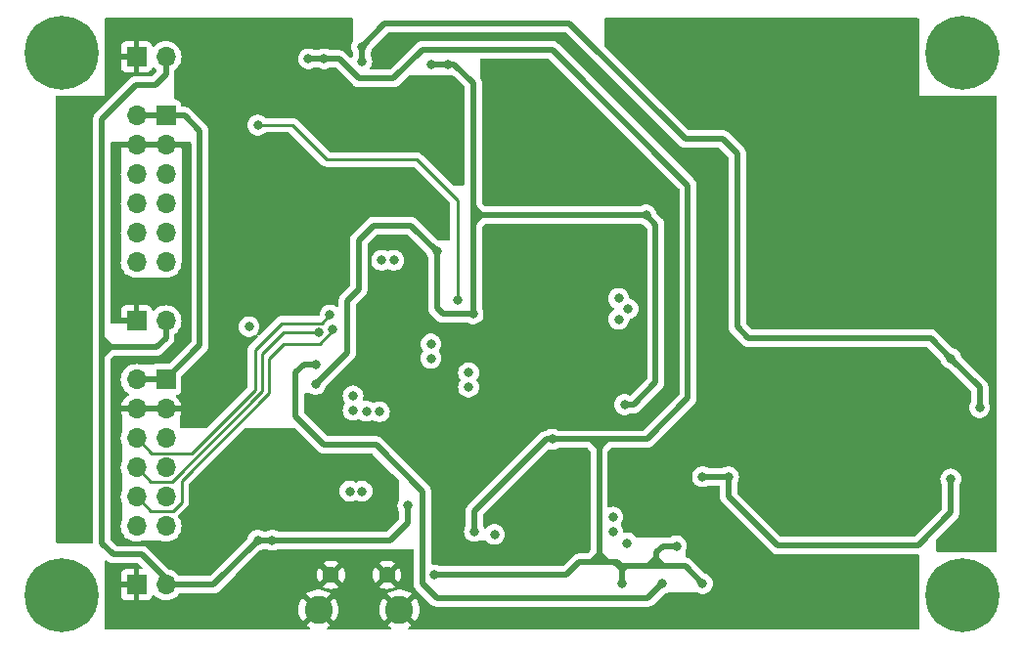
<source format=gbr>
%TF.GenerationSoftware,KiCad,Pcbnew,8.0.4*%
%TF.CreationDate,2024-09-14T20:38:07+07:00*%
%TF.ProjectId,msi_SDR_ADC,6d73695f-5344-4525-9f41-44432e6b6963,R0.1*%
%TF.SameCoordinates,PX72ade90PY75c75e0*%
%TF.FileFunction,Copper,L3,Inr*%
%TF.FilePolarity,Positive*%
%FSLAX46Y46*%
G04 Gerber Fmt 4.6, Leading zero omitted, Abs format (unit mm)*
G04 Created by KiCad (PCBNEW 8.0.4) date 2024-09-14 20:38:07*
%MOMM*%
%LPD*%
G01*
G04 APERTURE LIST*
%TA.AperFunction,ComponentPad*%
%ADD10R,1.700000X1.700000*%
%TD*%
%TA.AperFunction,ComponentPad*%
%ADD11O,1.700000X1.700000*%
%TD*%
%TA.AperFunction,ComponentPad*%
%ADD12C,2.425000*%
%TD*%
%TA.AperFunction,ComponentPad*%
%ADD13C,1.450000*%
%TD*%
%TA.AperFunction,ComponentPad*%
%ADD14C,0.800000*%
%TD*%
%TA.AperFunction,ComponentPad*%
%ADD15C,6.400000*%
%TD*%
%TA.AperFunction,ViaPad*%
%ADD16C,0.800000*%
%TD*%
%TA.AperFunction,Conductor*%
%ADD17C,0.500000*%
%TD*%
%TA.AperFunction,Conductor*%
%ADD18C,0.250000*%
%TD*%
G04 APERTURE END LIST*
D10*
%TO.N,+3.3V*%
%TO.C,J4*%
X12540000Y45030000D03*
D11*
X10000000Y45030000D03*
%TO.N,GND*%
X12540000Y42490000D03*
X10000000Y42490000D03*
%TO.N,unconnected-(J4-Pad5)*%
X12540000Y39950000D03*
%TO.N,unconnected-(J4-Pad6)*%
X10000000Y39950000D03*
%TO.N,SDI*%
X12540000Y37410000D03*
%TO.N,unconnected-(J4-Pad8)*%
X10000000Y37410000D03*
%TO.N,SCK*%
X12540000Y34870000D03*
%TO.N,unconnected-(J4-Pad10)*%
X10000000Y34870000D03*
%TO.N,~{CS}*%
X12540000Y32330000D03*
%TO.N,unconnected-(J4-Pad12)*%
X10000000Y32330000D03*
%TD*%
D10*
%TO.N,GND*%
%TO.C,J3*%
X10000000Y50120000D03*
D11*
%TO.N,+5V*%
X12540000Y50120000D03*
%TD*%
D10*
%TO.N,+3.3V*%
%TO.C,J6*%
X12540000Y22170000D03*
D11*
X10000000Y22170000D03*
%TO.N,GND*%
X12540000Y19630000D03*
X10000000Y19630000D03*
%TO.N,GPIO_0*%
X12540000Y17090000D03*
%TO.N,SPI_DATA*%
X10000000Y17090000D03*
%TO.N,GPIO_1*%
X12540000Y14550000D03*
%TO.N,SPI_LAT*%
X10000000Y14550000D03*
%TO.N,GPIO_2*%
X12540000Y12010000D03*
%TO.N,SPI_CLK*%
X10000000Y12010000D03*
%TO.N,GPIO_3*%
X12540000Y9470000D03*
%TO.N,unconnected-(J6-Pad12)*%
X10000000Y9470000D03*
%TD*%
D12*
%TO.N,GND*%
%TO.C,J2*%
X25750000Y2250000D03*
D13*
X26837000Y5250000D03*
X31687000Y5250000D03*
D12*
X32774000Y2250000D03*
%TD*%
D10*
%TO.N,GND*%
%TO.C,J7*%
X10000000Y4390000D03*
D11*
%TO.N,+5V*%
X12540000Y4390000D03*
%TD*%
D14*
%TO.N,N/C*%
%TO.C,REF\u002A\u002A*%
X79100000Y3500000D03*
X79802944Y5197056D03*
X79802944Y1802944D03*
X81500000Y5900000D03*
D15*
X81500000Y3500000D03*
D14*
X81500000Y1100000D03*
X83197056Y5197056D03*
X83197056Y1802944D03*
X83900000Y3500000D03*
%TD*%
%TO.N,N/C*%
%TO.C,REF\u002A\u002A*%
X1100000Y3500000D03*
X1802944Y5197056D03*
X1802944Y1802944D03*
X3500000Y5900000D03*
D15*
X3500000Y3500000D03*
D14*
X3500000Y1100000D03*
X5197056Y5197056D03*
X5197056Y1802944D03*
X5900000Y3500000D03*
%TD*%
%TO.N,N/C*%
%TO.C,REF\u002A\u002A*%
X1100000Y50500000D03*
X1802944Y52197056D03*
X1802944Y48802944D03*
X3500000Y52900000D03*
D15*
X3500000Y50500000D03*
D14*
X3500000Y48100000D03*
X5197056Y52197056D03*
X5197056Y48802944D03*
X5900000Y50500000D03*
%TD*%
%TO.N,N/C*%
%TO.C,REF\u002A\u002A*%
X79100000Y50500000D03*
X79802944Y52197056D03*
X79802944Y48802944D03*
X81500000Y52900000D03*
D15*
X81500000Y50500000D03*
D14*
X81500000Y48100000D03*
X83197056Y52197056D03*
X83197056Y48802944D03*
X83900000Y50500000D03*
%TD*%
D10*
%TO.N,GND*%
%TO.C,J5*%
X10000000Y27250000D03*
D11*
%TO.N,+5V*%
X12540000Y27250000D03*
%TD*%
D16*
%TO.N,GND*%
X22750000Y4250000D03*
X29500000Y43500000D03*
X45250000Y26000000D03*
X61000000Y9000000D03*
X83500000Y33130000D03*
X56500000Y46500000D03*
X63500000Y36750000D03*
X38750000Y20050000D03*
X66500000Y47750000D03*
X56500000Y27000000D03*
X3500000Y39000000D03*
X27250000Y31500000D03*
X32000000Y39250000D03*
X21500000Y29500000D03*
X20750000Y32000000D03*
X83500000Y22970000D03*
X83500000Y35670000D03*
X11000000Y1250000D03*
X74500000Y21250000D03*
X52750000Y22000000D03*
X3500000Y31250000D03*
X60500000Y41000000D03*
X17750000Y20750000D03*
X3500000Y24000000D03*
X43750000Y23750000D03*
X23500000Y12500000D03*
X70750000Y13250000D03*
X35450000Y16800000D03*
X60250000Y52500000D03*
X63750000Y38750000D03*
X27250000Y47950000D03*
X45250000Y28500000D03*
X47750000Y47000000D03*
X52500000Y18500000D03*
X26000000Y43500000D03*
X35450000Y19000000D03*
X54250000Y19000000D03*
X74250000Y32000000D03*
X63250000Y52500000D03*
X71250000Y38500000D03*
X66750000Y24250000D03*
X83500000Y25510000D03*
X15250000Y19500000D03*
X38050000Y24100000D03*
X22500000Y40000000D03*
X63250000Y50500000D03*
X83500000Y38210000D03*
X20500000Y37000000D03*
X74250000Y35000000D03*
X77250000Y9250000D03*
X64250000Y1500000D03*
X71500000Y40250000D03*
X52750000Y42000000D03*
X83500000Y12000000D03*
X17000000Y1250000D03*
X73000000Y11250000D03*
X27500000Y37750000D03*
X74500000Y40500000D03*
X79750000Y8000000D03*
X83500000Y28050000D03*
X3500000Y19000000D03*
X45000000Y49500000D03*
X78250000Y13250000D03*
X16750000Y29750000D03*
X72250000Y47750000D03*
X77250000Y47750000D03*
X56750000Y52500000D03*
X57250000Y10750000D03*
X57000000Y17000000D03*
X69500000Y1500000D03*
X63750000Y24250000D03*
X19750000Y1250000D03*
X16750000Y32750000D03*
X17950000Y43550000D03*
X54500000Y48500000D03*
X30500000Y2250000D03*
X53000000Y45500000D03*
X44750000Y38750000D03*
X38750000Y17800000D03*
X81250000Y19500000D03*
X50500000Y39750000D03*
X45250000Y31000000D03*
X25250000Y35750000D03*
X40750000Y49500000D03*
X47500000Y25250000D03*
X26000000Y32500000D03*
X71250000Y24250000D03*
X83500000Y46250000D03*
X75750000Y13250000D03*
X30000000Y28250000D03*
X16750000Y35250000D03*
X43500000Y13000000D03*
X16750000Y26500000D03*
X68250000Y24250000D03*
X78250000Y46250000D03*
X56500000Y28500000D03*
X77000000Y1500000D03*
X39800000Y23700000D03*
X17500000Y50000000D03*
X57250000Y41500000D03*
X40750000Y43750000D03*
X15250000Y9750000D03*
X38750000Y16000000D03*
X83500000Y30590000D03*
X63750000Y40750000D03*
X16500000Y6000000D03*
X45000000Y11750000D03*
X66250000Y36750000D03*
X77000000Y28000000D03*
X47000000Y37750000D03*
X35500000Y43500000D03*
X26000000Y12500000D03*
X52750000Y24500000D03*
X51000000Y52500000D03*
X31250000Y27000000D03*
X83500000Y40750000D03*
X40750000Y38750000D03*
X21000000Y13250000D03*
X76500000Y19500000D03*
X45250000Y33250000D03*
X83500000Y9460000D03*
X67500000Y43000000D03*
X66500000Y6500000D03*
X63250000Y47750000D03*
X35250000Y1000000D03*
X3500000Y46250000D03*
X19750000Y5000000D03*
X32500000Y51250000D03*
X3500000Y28750000D03*
X30000000Y25750000D03*
X18750000Y40000000D03*
X69500000Y47750000D03*
X52000000Y1500000D03*
X15250000Y22750000D03*
X79500000Y21750000D03*
X69500000Y46250000D03*
X73000000Y13250000D03*
X21500000Y10250000D03*
X70750000Y9250000D03*
X69750000Y24250000D03*
X71500000Y36500000D03*
X16750000Y38250000D03*
X60250000Y37750000D03*
X42250000Y15750000D03*
X46500000Y32000000D03*
X35450000Y20700000D03*
X35450000Y14400000D03*
X67500000Y44750000D03*
X26250000Y40000000D03*
X37750000Y39500000D03*
X32500000Y25750000D03*
X46500000Y13000000D03*
X28750000Y37000000D03*
X73250000Y1500000D03*
X3500000Y33750000D03*
X74500000Y44250000D03*
X78250000Y43250000D03*
X31750000Y13500000D03*
X54750000Y39750000D03*
X3500000Y15750000D03*
X79000000Y19500000D03*
X47500000Y21500000D03*
X56500000Y37000000D03*
X57250000Y9000000D03*
X55500000Y1500000D03*
X28250000Y2250000D03*
X67500000Y41750000D03*
X23500000Y31250000D03*
X18500000Y24000000D03*
X32500000Y28250000D03*
X77250000Y52500000D03*
X8250000Y1250000D03*
X34750000Y39250000D03*
X42000000Y22000000D03*
X35250000Y2250000D03*
X71750000Y21250000D03*
X3500000Y8500000D03*
X18250000Y10000000D03*
X3500000Y41500000D03*
X39250000Y14750000D03*
X3500000Y26250000D03*
X56500000Y33000000D03*
X3500000Y13500000D03*
X58750000Y44250000D03*
X3500000Y11000000D03*
X50500000Y44250000D03*
X23500000Y13500000D03*
X22750000Y1250000D03*
X22750000Y6500000D03*
X77000000Y30000000D03*
X71500000Y45000000D03*
X43500000Y10000000D03*
X49250000Y49250000D03*
X3500000Y44000000D03*
X65250000Y24250000D03*
X61500000Y23000000D03*
X18700000Y50050000D03*
X3500000Y36000000D03*
X46500000Y10000000D03*
X56500000Y30000000D03*
X35450000Y22650000D03*
X59500000Y1500000D03*
X74750000Y47750000D03*
X14000000Y1250000D03*
X47000000Y51500000D03*
X18750000Y28750000D03*
X45750000Y43750000D03*
X3500000Y21500000D03*
%TO.N,5VVGA*%
X59000000Y13750000D03*
X61250000Y13750000D03*
X80500000Y13550000D03*
%TO.N,VDDI*%
X55500000Y4475000D03*
X25500000Y23500000D03*
%TO.N,VDIG*%
X36000000Y33250000D03*
X35500000Y49500000D03*
X25500000Y21750000D03*
X37000000Y49500000D03*
X54112500Y36437500D03*
X39150000Y27850000D03*
X52250000Y20000000D03*
%TO.N,/REFCLK*%
X19750000Y26750000D03*
X41000000Y8750000D03*
%TO.N,V18-SYNTH*%
X20500000Y44200000D03*
X37800000Y29050000D03*
%TO.N,USB_P*%
X29525000Y12500000D03*
X32275000Y32500000D03*
%TO.N,USB_N*%
X31225000Y32500000D03*
X28475000Y12500000D03*
%TO.N,SPI_DATA*%
X51250000Y10250000D03*
X26750000Y27750000D03*
%TO.N,SPI_LAT*%
X52500000Y8000000D03*
X25750000Y26250000D03*
%TO.N,SPI_CLK*%
X51250000Y9000000D03*
X27000000Y26500000D03*
%TO.N,GPIO_3*%
X31025000Y19375000D03*
%TO.N,/I_IN_P*%
X35500000Y24000000D03*
X38750000Y22750000D03*
%TO.N,/I_IN_N*%
X35500000Y25250000D03*
X38750000Y21500000D03*
%TO.N,+5V*%
X21750000Y8250000D03*
X83000000Y19750000D03*
X33500000Y11250000D03*
X29500000Y51000000D03*
X29500000Y49750000D03*
X80500000Y24000000D03*
X20500000Y8250000D03*
%TO.N,GPIO_1*%
X28750000Y19500000D03*
%TO.N,GPIO_0*%
X28750000Y20750000D03*
%TO.N,GPIO_2*%
X29925000Y19425000D03*
%TO.N,~{CS}*%
X51750000Y29200000D03*
%TO.N,SCK*%
X52550000Y28300000D03*
%TO.N,SDI*%
X51750000Y27400000D03*
%TO.N,VRF*%
X56750000Y7750000D03*
X46000000Y17000000D03*
X52000000Y4500000D03*
X39250000Y9000000D03*
X26250000Y49950000D03*
X35750000Y5250000D03*
X59000000Y4500000D03*
X24900000Y49950000D03*
%TD*%
D17*
%TO.N,+3.3V*%
X12540000Y45030000D02*
X14170000Y45030000D01*
X14170000Y45030000D02*
X15500000Y43700000D01*
X15500000Y43700000D02*
X15500000Y25130000D01*
X10000000Y45030000D02*
X12540000Y45030000D01*
X10000000Y22170000D02*
X12540000Y22170000D01*
X15500000Y25130000D02*
X12540000Y22170000D01*
%TO.N,5VVGA*%
X80500000Y10650000D02*
X77650000Y7800000D01*
X61250000Y13750000D02*
X59000000Y13750000D01*
X65500000Y7800000D02*
X61250000Y12050000D01*
X77650000Y7800000D02*
X65500000Y7800000D01*
X80500000Y13550000D02*
X80500000Y10650000D01*
X61250000Y12050000D02*
X61250000Y13750000D01*
%TO.N,VDDI*%
X30750000Y16500000D02*
X26250000Y16500000D01*
X26250000Y16500000D02*
X23750000Y19000000D01*
X34750000Y4500000D02*
X34750000Y12500000D01*
X54275000Y3250000D02*
X36000000Y3250000D01*
X55500000Y4475000D02*
X54275000Y3250000D01*
X24500000Y23500000D02*
X25500000Y23500000D01*
X36000000Y3250000D02*
X34750000Y4500000D01*
X34750000Y12500000D02*
X30750000Y16500000D01*
X23750000Y22750000D02*
X24500000Y23500000D01*
X23750000Y19000000D02*
X23750000Y22750000D01*
%TO.N,VDIG*%
X37500000Y49500000D02*
X39150000Y47850000D01*
X39150000Y37150000D02*
X39150000Y36500000D01*
X39150000Y36500000D02*
X39150000Y35700000D01*
X54112500Y36437500D02*
X54950000Y35600000D01*
X39150000Y32250000D02*
X39150000Y27850000D01*
X36000000Y28350000D02*
X36500000Y27850000D01*
X54950000Y35600000D02*
X54950000Y21900000D01*
X40150000Y36437500D02*
X39212500Y36437500D01*
X29250000Y34250000D02*
X29250000Y30000000D01*
X39212500Y36437500D02*
X39150000Y36500000D01*
X40150000Y36437500D02*
X39862500Y36437500D01*
X54950000Y21900000D02*
X53050000Y20000000D01*
X39150000Y35700000D02*
X39150000Y32250000D01*
X39862500Y36437500D02*
X39150000Y37150000D01*
X39150000Y47850000D02*
X39150000Y37150000D01*
X39862500Y36412500D02*
X39150000Y35700000D01*
X54112500Y36437500D02*
X40150000Y36437500D01*
X33750000Y35500000D02*
X30500000Y35500000D01*
X39862500Y36437500D02*
X39862500Y36412500D01*
X36000000Y33250000D02*
X36000000Y28350000D01*
X29250000Y30000000D02*
X28250000Y29000000D01*
X28250000Y24500000D02*
X25500000Y21750000D01*
X53050000Y20000000D02*
X52250000Y20000000D01*
X39150000Y27850000D02*
X36500000Y27850000D01*
X28250000Y29000000D02*
X28250000Y24500000D01*
X30500000Y35500000D02*
X29250000Y34250000D01*
X36000000Y33250000D02*
X33750000Y35500000D01*
X35500000Y49500000D02*
X37500000Y49500000D01*
D18*
%TO.N,V18-SYNTH*%
X23499569Y44200000D02*
X20500000Y44200000D01*
X34275216Y41224784D02*
X26474784Y41224784D01*
X37800000Y37700000D02*
X34275216Y41224784D01*
X37800000Y29050000D02*
X37800000Y37700000D01*
X26474784Y41224784D02*
X23499569Y44200000D01*
%TO.N,SPI_DATA*%
X20250000Y24750000D02*
X20250000Y21250000D01*
X11315000Y15775000D02*
X10000000Y17090000D01*
X14775000Y15775000D02*
X11315000Y15775000D01*
X26750000Y27750000D02*
X26050000Y27050000D01*
X26050000Y27050000D02*
X22550000Y27050000D01*
X22550000Y27050000D02*
X20250000Y24750000D01*
X20250000Y21250000D02*
X14775000Y15775000D01*
%TO.N,SPI_LAT*%
X20861206Y21138794D02*
X13047412Y13325000D01*
X20861206Y24361206D02*
X20861206Y21138794D01*
X25750000Y26250000D02*
X22750000Y26250000D01*
X22750000Y26250000D02*
X20861206Y24361206D01*
X13047412Y13325000D02*
X11225000Y13325000D01*
X11225000Y13325000D02*
X10000000Y14550000D01*
%TO.N,SPI_CLK*%
X27000000Y26500000D02*
X27000000Y26403984D01*
X27000000Y26403984D02*
X25846016Y25250000D01*
X21500000Y24000000D02*
X21500000Y21000000D01*
X22750000Y25250000D02*
X21500000Y24000000D01*
X13900000Y13400000D02*
X13900000Y11550000D01*
X21500000Y21000000D02*
X13900000Y13400000D01*
X13135000Y10785000D02*
X11225000Y10785000D01*
X25846016Y25250000D02*
X22750000Y25250000D01*
X13900000Y11550000D02*
X13135000Y10785000D01*
X11225000Y10785000D02*
X10000000Y12010000D01*
D17*
%TO.N,+5V*%
X12540000Y48590000D02*
X11650000Y47700000D01*
X33500000Y9750000D02*
X32000000Y8250000D01*
X31500000Y53000000D02*
X29500000Y51000000D01*
X7000000Y25750000D02*
X7000000Y25000000D01*
X7000000Y44750000D02*
X7000000Y25750000D01*
X8000000Y25000000D02*
X7000000Y25000000D01*
X62000000Y26750000D02*
X62000000Y41750000D01*
X83000000Y19750000D02*
X83000000Y21500000D01*
X47500000Y53000000D02*
X31500000Y53000000D01*
X83000000Y21500000D02*
X80500000Y24000000D01*
X7750000Y25000000D02*
X7000000Y24250000D01*
X16640000Y4390000D02*
X12540000Y4390000D01*
X8000000Y7000000D02*
X10500000Y7000000D01*
X78750000Y25750000D02*
X63000000Y25750000D01*
X12540000Y50120000D02*
X12540000Y48590000D01*
X7000000Y8000000D02*
X8000000Y7000000D01*
X62000000Y41750000D02*
X60750000Y43000000D01*
X8000000Y25000000D02*
X7750000Y25000000D01*
X20500000Y8250000D02*
X16640000Y4390000D01*
X60750000Y43000000D02*
X57500000Y43000000D01*
X80500000Y24000000D02*
X78750000Y25750000D01*
X9950000Y47700000D02*
X7000000Y44750000D01*
X29500000Y51000000D02*
X29500000Y49750000D01*
X10500000Y7000000D02*
X12540000Y4960000D01*
X7750000Y25000000D02*
X7000000Y25750000D01*
X11750000Y25000000D02*
X8000000Y25000000D01*
X7000000Y24250000D02*
X7000000Y8000000D01*
X12540000Y25790000D02*
X11750000Y25000000D01*
X33500000Y11250000D02*
X33500000Y9750000D01*
X11650000Y47700000D02*
X9950000Y47700000D01*
X63000000Y25750000D02*
X62000000Y26750000D01*
X12540000Y27250000D02*
X12540000Y25790000D01*
X32000000Y8250000D02*
X20500000Y8250000D01*
X12540000Y4960000D02*
X12540000Y4390000D01*
X7000000Y25000000D02*
X7000000Y24250000D01*
X57500000Y43000000D02*
X47500000Y53000000D01*
%TO.N,VRF*%
X50650000Y6450000D02*
X50650000Y6350000D01*
X57750000Y20550000D02*
X54200000Y17000000D01*
X46000000Y50750000D02*
X57750000Y39000000D01*
X55000000Y6650000D02*
X54950000Y6650000D01*
X50050000Y6350000D02*
X50050000Y6750000D01*
X52400000Y6000000D02*
X52750000Y6000000D01*
X55000000Y6000000D02*
X54300000Y6000000D01*
X50050000Y7050000D02*
X50050000Y16050000D01*
X52000000Y5600000D02*
X52000000Y5750000D01*
X29250000Y48250000D02*
X32250000Y48250000D01*
X32250000Y48250000D02*
X34750000Y50750000D01*
X50050000Y17000000D02*
X49350000Y17000000D01*
X49400000Y6350000D02*
X50050000Y6350000D01*
X34750000Y50750000D02*
X46000000Y50750000D01*
X50050000Y16050000D02*
X50050000Y16300000D01*
X54950000Y6650000D02*
X54300000Y6000000D01*
X51400000Y6350000D02*
X50650000Y6350000D01*
X52000000Y5600000D02*
X52400000Y6000000D01*
X50050000Y7050000D02*
X50650000Y6450000D01*
X50650000Y6350000D02*
X50050000Y6350000D01*
X57750000Y39000000D02*
X57750000Y20550000D01*
X52000000Y5750000D02*
X51400000Y6350000D01*
X52000000Y5600000D02*
X52000000Y4500000D01*
X27550000Y49950000D02*
X29250000Y48250000D01*
X45500000Y17000000D02*
X46000000Y17000000D01*
X55000000Y6650000D02*
X55000000Y6600000D01*
X54200000Y17000000D02*
X50750000Y17000000D01*
X50050000Y16300000D02*
X49350000Y17000000D01*
X55600000Y6000000D02*
X57500000Y6000000D01*
X55650000Y7750000D02*
X55550000Y7750000D01*
X55650000Y7750000D02*
X55600000Y7750000D01*
X50050000Y6750000D02*
X50050000Y7050000D01*
X50050000Y7050000D02*
X49400000Y6400000D01*
X48350000Y6350000D02*
X49400000Y6350000D01*
X55000000Y6000000D02*
X55600000Y6000000D01*
X49400000Y6400000D02*
X49400000Y6350000D01*
X50050000Y16050000D02*
X50050000Y17000000D01*
X52000000Y6000000D02*
X52000000Y5600000D01*
X50050000Y16300000D02*
X50750000Y17000000D01*
X55000000Y6600000D02*
X55600000Y6000000D01*
X39250000Y10750000D02*
X45500000Y17000000D01*
X50750000Y17000000D02*
X50050000Y17000000D01*
X39250000Y9000000D02*
X39250000Y10750000D01*
X35750000Y5250000D02*
X47250000Y5250000D01*
X55550000Y7750000D02*
X55000000Y7200000D01*
X54300000Y6000000D02*
X52750000Y6000000D01*
X55000000Y6650000D02*
X55000000Y6000000D01*
X51650000Y6350000D02*
X51400000Y6350000D01*
X47250000Y5250000D02*
X48350000Y6350000D01*
X49350000Y17000000D02*
X46000000Y17000000D01*
X57500000Y6000000D02*
X59000000Y4500000D01*
X55000000Y7200000D02*
X55000000Y6650000D01*
X52000000Y6000000D02*
X51650000Y6350000D01*
X56750000Y7750000D02*
X55650000Y7750000D01*
X52750000Y6000000D02*
X52000000Y6000000D01*
X24900000Y49950000D02*
X27550000Y49950000D01*
%TD*%
%TA.AperFunction,Conductor*%
%TO.N,GND*%
G36*
X77693039Y53479815D02*
G01*
X77738794Y53427011D01*
X77750000Y53375500D01*
X77750000Y46750000D01*
X84375500Y46750000D01*
X84442539Y46730315D01*
X84488294Y46677511D01*
X84499500Y46626000D01*
X84499500Y7374000D01*
X84479815Y7306961D01*
X84427011Y7261206D01*
X84375500Y7250000D01*
X79374000Y7250000D01*
X79306961Y7269685D01*
X79261206Y7322489D01*
X79250000Y7374000D01*
X79250000Y8287271D01*
X79269685Y8354310D01*
X79286316Y8374949D01*
X81082952Y10171585D01*
X81122443Y10230688D01*
X81165084Y10294505D01*
X81203093Y10386267D01*
X81203095Y10386270D01*
X81209656Y10402113D01*
X81221659Y10431088D01*
X81250500Y10576083D01*
X81250500Y10723918D01*
X81250500Y13015679D01*
X81267113Y13077679D01*
X81273966Y13089549D01*
X81327179Y13181716D01*
X81385674Y13361744D01*
X81405460Y13550000D01*
X81385674Y13738256D01*
X81327179Y13918284D01*
X81232533Y14082216D01*
X81105871Y14222888D01*
X81105870Y14222889D01*
X80952734Y14334149D01*
X80952729Y14334152D01*
X80779807Y14411143D01*
X80779802Y14411145D01*
X80634001Y14442135D01*
X80594646Y14450500D01*
X80405354Y14450500D01*
X80372897Y14443602D01*
X80220197Y14411145D01*
X80220192Y14411143D01*
X80047270Y14334152D01*
X80047265Y14334149D01*
X79894129Y14222889D01*
X79767466Y14082215D01*
X79672821Y13918285D01*
X79672818Y13918278D01*
X79618142Y13750000D01*
X79614326Y13738256D01*
X79594540Y13550000D01*
X79614326Y13361744D01*
X79614327Y13361741D01*
X79672818Y13181723D01*
X79672821Y13181716D01*
X79732887Y13077679D01*
X79749500Y13015679D01*
X79749500Y11012230D01*
X79729815Y10945191D01*
X79713181Y10924549D01*
X77375451Y8586819D01*
X77314128Y8553334D01*
X77287770Y8550500D01*
X65862229Y8550500D01*
X65795190Y8570185D01*
X65774548Y8586819D01*
X62036819Y12324549D01*
X62003334Y12385872D01*
X62000500Y12412230D01*
X62000500Y13215679D01*
X62017113Y13277679D01*
X62018972Y13280899D01*
X62077179Y13381716D01*
X62135674Y13561744D01*
X62155460Y13750000D01*
X62135674Y13938256D01*
X62077179Y14118284D01*
X61982533Y14282216D01*
X61855871Y14422888D01*
X61855870Y14422889D01*
X61702734Y14534149D01*
X61702729Y14534152D01*
X61529807Y14611143D01*
X61529802Y14611145D01*
X61384001Y14642135D01*
X61344646Y14650500D01*
X61155354Y14650500D01*
X61122897Y14643602D01*
X60970197Y14611145D01*
X60970192Y14611143D01*
X60797270Y14534152D01*
X60797265Y14534149D01*
X60783548Y14524182D01*
X60717742Y14500702D01*
X60710663Y14500500D01*
X59539337Y14500500D01*
X59472298Y14520185D01*
X59466452Y14524182D01*
X59452734Y14534149D01*
X59452729Y14534152D01*
X59279807Y14611143D01*
X59279802Y14611145D01*
X59134001Y14642135D01*
X59094646Y14650500D01*
X58905354Y14650500D01*
X58872897Y14643602D01*
X58720197Y14611145D01*
X58720192Y14611143D01*
X58547270Y14534152D01*
X58547265Y14534149D01*
X58394129Y14422889D01*
X58267466Y14282215D01*
X58172821Y14118285D01*
X58172818Y14118278D01*
X58136853Y14007587D01*
X58114326Y13938256D01*
X58094540Y13750000D01*
X58114326Y13561744D01*
X58114327Y13561741D01*
X58172818Y13381723D01*
X58172821Y13381716D01*
X58267467Y13217784D01*
X58336685Y13140910D01*
X58394129Y13077112D01*
X58547265Y12965852D01*
X58547270Y12965849D01*
X58720192Y12888858D01*
X58720197Y12888856D01*
X58905354Y12849500D01*
X58905355Y12849500D01*
X59094644Y12849500D01*
X59094646Y12849500D01*
X59279803Y12888856D01*
X59452730Y12965849D01*
X59454776Y12967336D01*
X59466452Y12975818D01*
X59532258Y12999298D01*
X59539337Y12999500D01*
X60375500Y12999500D01*
X60442539Y12979815D01*
X60488294Y12927011D01*
X60499500Y12875500D01*
X60499500Y11976082D01*
X60499500Y11976080D01*
X60499499Y11976080D01*
X60528340Y11831093D01*
X60528343Y11831083D01*
X60584914Y11694508D01*
X60617812Y11645273D01*
X60617813Y11645270D01*
X60667046Y11571586D01*
X60667052Y11571579D01*
X65021581Y7217051D01*
X65021583Y7217049D01*
X65023375Y7215852D01*
X65046351Y7200500D01*
X65144505Y7134916D01*
X65176511Y7121659D01*
X65176512Y7121658D01*
X65176513Y7121658D01*
X65281088Y7078341D01*
X65397241Y7055237D01*
X65416468Y7051413D01*
X65426081Y7049500D01*
X77626000Y7049500D01*
X77693039Y7029815D01*
X77738794Y6977011D01*
X77750000Y6925500D01*
X77750000Y624500D01*
X77730315Y557461D01*
X77677511Y511706D01*
X77626000Y500500D01*
X33631315Y500500D01*
X33564276Y520185D01*
X33518521Y572989D01*
X33508577Y642147D01*
X33537602Y705703D01*
X33577513Y736220D01*
X33632647Y762772D01*
X33632653Y762776D01*
X33796180Y874267D01*
X33178389Y1492059D01*
X33178994Y1492309D01*
X33319031Y1585878D01*
X33438122Y1704969D01*
X33531691Y1845006D01*
X33531941Y1845612D01*
X34149440Y1228113D01*
X34192903Y1282613D01*
X34321235Y1504891D01*
X34415004Y1743811D01*
X34415009Y1743828D01*
X34472121Y1994052D01*
X34491302Y2249996D01*
X34491302Y2250005D01*
X34472121Y2505949D01*
X34415009Y2756173D01*
X34415004Y2756190D01*
X34321235Y2995110D01*
X34192900Y3217391D01*
X34149441Y3271889D01*
X33531941Y2654389D01*
X33531691Y2654994D01*
X33438122Y2795031D01*
X33319031Y2914122D01*
X33178994Y3007691D01*
X33178388Y3007942D01*
X33796180Y3625735D01*
X33632651Y3737227D01*
X33632643Y3737232D01*
X33401403Y3848590D01*
X33401405Y3848590D01*
X33156137Y3924246D01*
X33156131Y3924248D01*
X32902341Y3962500D01*
X32645658Y3962500D01*
X32391868Y3924248D01*
X32391862Y3924246D01*
X32198970Y3864746D01*
X32173615Y3864402D01*
X32169081Y3859413D01*
X32149858Y3849871D01*
X32146604Y3848594D01*
X31915356Y3737232D01*
X31915348Y3737227D01*
X31751818Y3625735D01*
X32369611Y3007942D01*
X32369006Y3007691D01*
X32228969Y2914122D01*
X32109878Y2795031D01*
X32016309Y2654994D01*
X32016057Y2654389D01*
X31398558Y3271888D01*
X31398557Y3271888D01*
X31355098Y3217391D01*
X31226764Y2995110D01*
X31132995Y2756190D01*
X31132990Y2756173D01*
X31075878Y2505949D01*
X31056698Y2250005D01*
X31056698Y2249996D01*
X31075878Y1994052D01*
X31132990Y1743828D01*
X31132995Y1743811D01*
X31226764Y1504891D01*
X31355101Y1282606D01*
X31398557Y1228113D01*
X31398558Y1228113D01*
X32016057Y1845613D01*
X32016309Y1845006D01*
X32109878Y1704969D01*
X32228969Y1585878D01*
X32369006Y1492309D01*
X32369610Y1492059D01*
X31751818Y874267D01*
X31915353Y762771D01*
X31970487Y736220D01*
X32022346Y689398D01*
X32040659Y621971D01*
X32019611Y555347D01*
X31965885Y510678D01*
X31916685Y500500D01*
X26607315Y500500D01*
X26540276Y520185D01*
X26494521Y572989D01*
X26484577Y642147D01*
X26513602Y705703D01*
X26553513Y736220D01*
X26608647Y762772D01*
X26608653Y762776D01*
X26772180Y874267D01*
X26154389Y1492059D01*
X26154994Y1492309D01*
X26295031Y1585878D01*
X26414122Y1704969D01*
X26507691Y1845006D01*
X26507941Y1845612D01*
X27125440Y1228113D01*
X27168903Y1282613D01*
X27297235Y1504891D01*
X27391004Y1743811D01*
X27391009Y1743828D01*
X27448121Y1994052D01*
X27467302Y2249996D01*
X27467302Y2250005D01*
X27448121Y2505949D01*
X27391009Y2756173D01*
X27391004Y2756190D01*
X27297235Y2995110D01*
X27168900Y3217391D01*
X27125441Y3271889D01*
X26507941Y2654389D01*
X26507691Y2654994D01*
X26414122Y2795031D01*
X26295031Y2914122D01*
X26154994Y3007691D01*
X26154388Y3007942D01*
X26772180Y3625735D01*
X26608651Y3737227D01*
X26608643Y3737232D01*
X26377398Y3848593D01*
X26374146Y3849869D01*
X26357678Y3862641D01*
X26342959Y3860643D01*
X26325029Y3864746D01*
X26132137Y3924246D01*
X26132131Y3924248D01*
X25878341Y3962500D01*
X25621658Y3962500D01*
X25367868Y3924248D01*
X25367862Y3924246D01*
X25122595Y3848590D01*
X24891356Y3737232D01*
X24891348Y3737227D01*
X24727818Y3625735D01*
X25345611Y3007942D01*
X25345006Y3007691D01*
X25204969Y2914122D01*
X25085878Y2795031D01*
X24992309Y2654994D01*
X24992057Y2654389D01*
X24374558Y3271888D01*
X24374557Y3271888D01*
X24331098Y3217391D01*
X24202764Y2995110D01*
X24108995Y2756190D01*
X24108990Y2756173D01*
X24051878Y2505949D01*
X24032698Y2250005D01*
X24032698Y2249996D01*
X24051878Y1994052D01*
X24108990Y1743828D01*
X24108995Y1743811D01*
X24202764Y1504891D01*
X24331101Y1282606D01*
X24374557Y1228113D01*
X24374558Y1228113D01*
X24992057Y1845613D01*
X24992309Y1845006D01*
X25085878Y1704969D01*
X25204969Y1585878D01*
X25345006Y1492309D01*
X25345610Y1492059D01*
X24727818Y874267D01*
X24891353Y762771D01*
X24946487Y736220D01*
X24998346Y689398D01*
X25016659Y621971D01*
X24995611Y555347D01*
X24941885Y510678D01*
X24892685Y500500D01*
X7374000Y500500D01*
X7306961Y520185D01*
X7261206Y572989D01*
X7250000Y624500D01*
X7250000Y6389271D01*
X7269685Y6456310D01*
X7322489Y6502065D01*
X7391647Y6512009D01*
X7455203Y6482984D01*
X7461681Y6476952D01*
X7521585Y6417048D01*
X7538834Y6405523D01*
X7562374Y6389794D01*
X7644501Y6334918D01*
X7644503Y6334917D01*
X7644505Y6334916D01*
X7665828Y6326084D01*
X7665829Y6326083D01*
X7665830Y6326083D01*
X7781088Y6278341D01*
X7895944Y6255495D01*
X7916036Y6251499D01*
X7926081Y6249500D01*
X7926082Y6249500D01*
X7926083Y6249500D01*
X8073918Y6249500D01*
X10137770Y6249500D01*
X10204809Y6229815D01*
X10225451Y6213181D01*
X10486951Y5951681D01*
X10520436Y5890358D01*
X10515452Y5820666D01*
X10473580Y5764733D01*
X10408116Y5740316D01*
X10399270Y5740000D01*
X10250000Y5740000D01*
X10250000Y4823012D01*
X10192993Y4855925D01*
X10065826Y4890000D01*
X9934174Y4890000D01*
X9807007Y4855925D01*
X9750000Y4823012D01*
X9750000Y5740000D01*
X9102155Y5740000D01*
X9042627Y5733599D01*
X9042620Y5733597D01*
X8907913Y5683355D01*
X8907906Y5683351D01*
X8792812Y5597191D01*
X8792809Y5597188D01*
X8706649Y5482094D01*
X8706645Y5482087D01*
X8656403Y5347380D01*
X8656401Y5347373D01*
X8650000Y5287845D01*
X8650000Y4640000D01*
X9566988Y4640000D01*
X9534075Y4582993D01*
X9500000Y4455826D01*
X9500000Y4324174D01*
X9534075Y4197007D01*
X9566988Y4140000D01*
X8650000Y4140000D01*
X8650000Y3492156D01*
X8656401Y3432628D01*
X8656403Y3432621D01*
X8706645Y3297914D01*
X8706649Y3297907D01*
X8792809Y3182813D01*
X8792812Y3182810D01*
X8907906Y3096650D01*
X8907913Y3096646D01*
X9042620Y3046404D01*
X9042627Y3046402D01*
X9102155Y3040001D01*
X9102172Y3040000D01*
X9750000Y3040000D01*
X9750000Y3956988D01*
X9807007Y3924075D01*
X9934174Y3890000D01*
X10065826Y3890000D01*
X10192993Y3924075D01*
X10250000Y3956988D01*
X10250000Y3040000D01*
X10897828Y3040000D01*
X10897844Y3040001D01*
X10957372Y3046402D01*
X10957379Y3046404D01*
X11092086Y3096646D01*
X11092093Y3096650D01*
X11207187Y3182810D01*
X11207190Y3182813D01*
X11293350Y3297907D01*
X11293354Y3297914D01*
X11342422Y3429471D01*
X11384293Y3485405D01*
X11449757Y3509822D01*
X11518030Y3494970D01*
X11546285Y3473819D01*
X11668599Y3351505D01*
X11720668Y3315046D01*
X11862165Y3215968D01*
X11862167Y3215967D01*
X11862170Y3215965D01*
X12076337Y3116097D01*
X12304592Y3054937D01*
X12475319Y3040000D01*
X12539999Y3034341D01*
X12540000Y3034341D01*
X12540001Y3034341D01*
X12604681Y3040000D01*
X12775408Y3054937D01*
X13003663Y3116097D01*
X13217830Y3215965D01*
X13411401Y3351505D01*
X13578495Y3518599D01*
X13626127Y3586624D01*
X13680704Y3630249D01*
X13727701Y3639500D01*
X16713920Y3639500D01*
X16811462Y3658904D01*
X16858913Y3668342D01*
X16995495Y3724916D01*
X17075453Y3778342D01*
X17118416Y3807048D01*
X18561368Y5250001D01*
X25607321Y5250001D01*
X25607321Y5250000D01*
X25626002Y5036473D01*
X25626004Y5036463D01*
X25681477Y4829433D01*
X25681481Y4829424D01*
X25772066Y4635162D01*
X25772067Y4635160D01*
X25811825Y4578380D01*
X25811826Y4578379D01*
X26325460Y5092014D01*
X26338460Y5043498D01*
X26408894Y4921503D01*
X26508503Y4821894D01*
X26630498Y4751460D01*
X26679012Y4738461D01*
X26165377Y4224827D01*
X26222161Y4185067D01*
X26222165Y4185065D01*
X26413983Y4095619D01*
X26423324Y4087394D01*
X26430411Y4088809D01*
X26451550Y4085069D01*
X26623466Y4039004D01*
X26623472Y4039003D01*
X26836999Y4020321D01*
X26837001Y4020321D01*
X27050527Y4039003D01*
X27050537Y4039005D01*
X27257567Y4094478D01*
X27257576Y4094482D01*
X27451839Y4185067D01*
X27508621Y4224827D01*
X26994987Y4738461D01*
X27043502Y4751460D01*
X27165497Y4821894D01*
X27265106Y4921503D01*
X27335540Y5043498D01*
X27348539Y5092013D01*
X27862173Y4578379D01*
X27901933Y4635161D01*
X27992518Y4829424D01*
X27992522Y4829433D01*
X28047995Y5036463D01*
X28047997Y5036473D01*
X28066679Y5250000D01*
X28066679Y5250001D01*
X30457321Y5250001D01*
X30457321Y5250000D01*
X30476002Y5036473D01*
X30476004Y5036463D01*
X30531477Y4829433D01*
X30531481Y4829424D01*
X30622066Y4635162D01*
X30622067Y4635160D01*
X30661825Y4578380D01*
X30661826Y4578379D01*
X31175460Y5092014D01*
X31188460Y5043498D01*
X31258894Y4921503D01*
X31358503Y4821894D01*
X31480498Y4751460D01*
X31529012Y4738461D01*
X31015377Y4224827D01*
X31072161Y4185067D01*
X31266423Y4094482D01*
X31266432Y4094478D01*
X31473462Y4039005D01*
X31473472Y4039003D01*
X31686999Y4020321D01*
X31687001Y4020321D01*
X31900527Y4039003D01*
X31900533Y4039004D01*
X32072449Y4085069D01*
X32092253Y4084598D01*
X32093968Y4086631D01*
X32110016Y4095619D01*
X32301836Y4185066D01*
X32301838Y4185067D01*
X32358621Y4224827D01*
X31844987Y4738461D01*
X31893502Y4751460D01*
X32015497Y4821894D01*
X32115106Y4921503D01*
X32185540Y5043498D01*
X32198539Y5092013D01*
X32712173Y4578379D01*
X32751933Y4635161D01*
X32842518Y4829424D01*
X32842522Y4829433D01*
X32897995Y5036463D01*
X32897997Y5036473D01*
X32916679Y5250000D01*
X32916679Y5250001D01*
X32897997Y5463528D01*
X32897995Y5463538D01*
X32842522Y5670568D01*
X32842518Y5670577D01*
X32751933Y5864838D01*
X32712172Y5921621D01*
X32198539Y5407988D01*
X32185540Y5456502D01*
X32115106Y5578497D01*
X32015497Y5678106D01*
X31893502Y5748540D01*
X31844987Y5761540D01*
X32358621Y6275174D01*
X32358620Y6275175D01*
X32301840Y6314933D01*
X32301838Y6314934D01*
X32107576Y6405519D01*
X32107567Y6405523D01*
X31900537Y6460996D01*
X31900527Y6460998D01*
X31687001Y6479679D01*
X31686999Y6479679D01*
X31473472Y6460998D01*
X31473462Y6460996D01*
X31266432Y6405523D01*
X31266423Y6405519D01*
X31072162Y6314934D01*
X31015378Y6275174D01*
X31529012Y5761540D01*
X31480498Y5748540D01*
X31358503Y5678106D01*
X31258894Y5578497D01*
X31188460Y5456502D01*
X31175460Y5407988D01*
X30661826Y5921622D01*
X30622066Y5864838D01*
X30531481Y5670577D01*
X30531477Y5670568D01*
X30476004Y5463538D01*
X30476002Y5463528D01*
X30457321Y5250001D01*
X28066679Y5250001D01*
X28047997Y5463528D01*
X28047995Y5463538D01*
X27992522Y5670568D01*
X27992518Y5670577D01*
X27901933Y5864838D01*
X27862172Y5921621D01*
X27348539Y5407988D01*
X27335540Y5456502D01*
X27265106Y5578497D01*
X27165497Y5678106D01*
X27043502Y5748540D01*
X26994987Y5761540D01*
X27508621Y6275174D01*
X27508620Y6275175D01*
X27451840Y6314933D01*
X27451838Y6314934D01*
X27257576Y6405519D01*
X27257567Y6405523D01*
X27050537Y6460996D01*
X27050527Y6460998D01*
X26837001Y6479679D01*
X26836999Y6479679D01*
X26623472Y6460998D01*
X26623462Y6460996D01*
X26416432Y6405523D01*
X26416423Y6405519D01*
X26222162Y6314934D01*
X26165378Y6275174D01*
X26679012Y5761540D01*
X26630498Y5748540D01*
X26508503Y5678106D01*
X26408894Y5578497D01*
X26338460Y5456502D01*
X26325460Y5407988D01*
X25811826Y5921622D01*
X25772066Y5864838D01*
X25681481Y5670577D01*
X25681477Y5670568D01*
X25626004Y5463538D01*
X25626002Y5463528D01*
X25607321Y5250001D01*
X18561368Y5250001D01*
X20652770Y7341405D01*
X20714091Y7374888D01*
X20714427Y7374961D01*
X20779803Y7388856D01*
X20952730Y7465849D01*
X20956800Y7468806D01*
X20966452Y7475818D01*
X21032258Y7499298D01*
X21039337Y7499500D01*
X21210663Y7499500D01*
X21277702Y7479815D01*
X21283548Y7475818D01*
X21297265Y7465852D01*
X21297270Y7465849D01*
X21470192Y7388858D01*
X21470197Y7388856D01*
X21655354Y7349500D01*
X21655355Y7349500D01*
X21844644Y7349500D01*
X21844646Y7349500D01*
X22029803Y7388856D01*
X22202730Y7465849D01*
X22206800Y7468806D01*
X22216452Y7475818D01*
X22282258Y7499298D01*
X22289337Y7499500D01*
X32074908Y7499500D01*
X32085086Y7500000D01*
X33875500Y7500000D01*
X33942539Y7480315D01*
X33988294Y7427511D01*
X33999500Y7376000D01*
X33999500Y4426082D01*
X33999500Y4426080D01*
X33999499Y4426080D01*
X34028340Y4281093D01*
X34028343Y4281083D01*
X34084913Y4144510D01*
X34084914Y4144509D01*
X34084916Y4144505D01*
X34101620Y4119506D01*
X34155409Y4039003D01*
X34167051Y4021580D01*
X34167052Y4021579D01*
X35521584Y2667048D01*
X35521586Y2667046D01*
X35551058Y2647355D01*
X35595270Y2617814D01*
X35644505Y2584916D01*
X35644506Y2584916D01*
X35644507Y2584915D01*
X35644509Y2584914D01*
X35781082Y2528344D01*
X35781087Y2528342D01*
X35781091Y2528342D01*
X35781092Y2528341D01*
X35926079Y2499500D01*
X35926082Y2499500D01*
X54348920Y2499500D01*
X54446462Y2518904D01*
X54493913Y2528342D01*
X54630495Y2584916D01*
X54679729Y2617814D01*
X54679734Y2617817D01*
X54735375Y2654994D01*
X54753416Y2667048D01*
X55652770Y3566405D01*
X55714091Y3599888D01*
X55714427Y3599961D01*
X55779803Y3613856D01*
X55952730Y3690849D01*
X55987144Y3715852D01*
X56001550Y3726318D01*
X56067356Y3749798D01*
X56074435Y3750000D01*
X58459975Y3750000D01*
X58527014Y3730315D01*
X58532854Y3726323D01*
X58534792Y3724915D01*
X58547270Y3715849D01*
X58720192Y3638858D01*
X58720197Y3638856D01*
X58905354Y3599500D01*
X58905355Y3599500D01*
X59094644Y3599500D01*
X59094646Y3599500D01*
X59279803Y3638856D01*
X59452730Y3715849D01*
X59605871Y3827112D01*
X59732533Y3967784D01*
X59827179Y4131716D01*
X59885674Y4311744D01*
X59905460Y4500000D01*
X59885674Y4688256D01*
X59827179Y4868284D01*
X59732533Y5032216D01*
X59605871Y5172888D01*
X59603164Y5174855D01*
X59452734Y5284149D01*
X59452729Y5284152D01*
X59279807Y5361143D01*
X59279802Y5361145D01*
X59214669Y5374989D01*
X59153187Y5408182D01*
X59152769Y5408598D01*
X57978421Y6582948D01*
X57978414Y6582954D01*
X57904729Y6632188D01*
X57904729Y6632187D01*
X57855491Y6665087D01*
X57718917Y6721657D01*
X57718907Y6721660D01*
X57599808Y6745351D01*
X57537897Y6777737D01*
X57503323Y6838453D01*
X57500000Y6866968D01*
X57500000Y7214813D01*
X57516613Y7276813D01*
X57577179Y7381716D01*
X57635674Y7561744D01*
X57655460Y7750000D01*
X57635674Y7938256D01*
X57577179Y8118284D01*
X57482533Y8282216D01*
X57355871Y8422888D01*
X57355870Y8422889D01*
X57202734Y8534149D01*
X57202729Y8534152D01*
X57029807Y8611143D01*
X57029802Y8611145D01*
X56884001Y8642135D01*
X56844646Y8650500D01*
X56655354Y8650500D01*
X56622897Y8643602D01*
X56470197Y8611145D01*
X56470192Y8611143D01*
X56297270Y8534152D01*
X56297265Y8534149D01*
X56283548Y8524182D01*
X56217742Y8500702D01*
X56210663Y8500500D01*
X55475092Y8500500D01*
X55464914Y8500000D01*
X53316749Y8500000D01*
X53249710Y8519685D01*
X53224599Y8541028D01*
X53105870Y8672889D01*
X52952734Y8784149D01*
X52952729Y8784152D01*
X52779807Y8861143D01*
X52779802Y8861145D01*
X52634001Y8892135D01*
X52594646Y8900500D01*
X52405354Y8900500D01*
X52305238Y8879221D01*
X52235573Y8884537D01*
X52179840Y8926675D01*
X52155735Y8992255D01*
X52155485Y8999759D01*
X52155386Y9000702D01*
X52135674Y9188256D01*
X52077179Y9368284D01*
X51982533Y9532216D01*
X51973698Y9542028D01*
X51943469Y9605019D01*
X51952093Y9674354D01*
X51973699Y9707973D01*
X51982533Y9717784D01*
X52077179Y9881716D01*
X52135674Y10061744D01*
X52155460Y10250000D01*
X52135674Y10438256D01*
X52077179Y10618284D01*
X51982533Y10782216D01*
X51855871Y10922888D01*
X51853585Y10924549D01*
X51702734Y11034149D01*
X51702729Y11034152D01*
X51529807Y11111143D01*
X51529802Y11111145D01*
X51384001Y11142135D01*
X51344646Y11150500D01*
X51155354Y11150500D01*
X51122897Y11143602D01*
X50970197Y11111145D01*
X50964010Y11109134D01*
X50963185Y11111673D01*
X50905653Y11103975D01*
X50842384Y11133620D01*
X50805187Y11192765D01*
X50800500Y11226534D01*
X50800500Y15937771D01*
X50820185Y16004810D01*
X50836819Y16025452D01*
X51024548Y16213181D01*
X51085871Y16246666D01*
X51112229Y16249500D01*
X54273920Y16249500D01*
X54371462Y16268904D01*
X54418913Y16278342D01*
X54555495Y16334916D01*
X54617675Y16376463D01*
X54678416Y16417048D01*
X58332951Y20071584D01*
X58415084Y20194505D01*
X58471658Y20331087D01*
X58481730Y20381723D01*
X58500500Y20476080D01*
X58500500Y39073921D01*
X58471659Y39218908D01*
X58471658Y39218909D01*
X58471658Y39218913D01*
X58452917Y39264158D01*
X58415087Y39355489D01*
X58415080Y39355502D01*
X58332952Y39478415D01*
X58325030Y39486337D01*
X58228416Y39582951D01*
X55387193Y42424174D01*
X46478421Y51332948D01*
X46478414Y51332954D01*
X46404729Y51382188D01*
X46404729Y51382187D01*
X46355491Y51415087D01*
X46218917Y51471657D01*
X46218907Y51471660D01*
X46073920Y51500500D01*
X46073918Y51500500D01*
X34676082Y51500500D01*
X34676080Y51500500D01*
X34531092Y51471660D01*
X34531086Y51471658D01*
X34394508Y51415086D01*
X34394496Y51415079D01*
X34345269Y51382187D01*
X34271588Y51332956D01*
X34271580Y51332950D01*
X31975451Y49036819D01*
X31914128Y49003334D01*
X31887770Y49000500D01*
X30315398Y49000500D01*
X30248359Y49020185D01*
X30202604Y49072989D01*
X30192660Y49142147D01*
X30221685Y49205703D01*
X30223248Y49207472D01*
X30232533Y49217784D01*
X30327179Y49381716D01*
X30385674Y49561744D01*
X30405460Y49750000D01*
X30385674Y49938256D01*
X30327179Y50118284D01*
X30267113Y50222323D01*
X30250500Y50284323D01*
X30250500Y50465679D01*
X30267113Y50527679D01*
X30270156Y50532949D01*
X30327179Y50631716D01*
X30382522Y50802045D01*
X30412769Y50851403D01*
X31774548Y52213181D01*
X31835871Y52246666D01*
X31862229Y52249500D01*
X47137770Y52249500D01*
X47204809Y52229815D01*
X47225451Y52213181D01*
X57021585Y42417048D01*
X57048839Y42398838D01*
X57062374Y42389794D01*
X57144498Y42334920D01*
X57144511Y42334913D01*
X57201079Y42311482D01*
X57201080Y42311482D01*
X57281088Y42278341D01*
X57397241Y42255237D01*
X57416468Y42251413D01*
X57426081Y42249500D01*
X57426082Y42249500D01*
X57426083Y42249500D01*
X57573918Y42249500D01*
X60387770Y42249500D01*
X60454809Y42229815D01*
X60475451Y42213181D01*
X61213181Y41475451D01*
X61246666Y41414128D01*
X61249500Y41387770D01*
X61249500Y26676082D01*
X61249500Y26676080D01*
X61249499Y26676080D01*
X61278340Y26531093D01*
X61278343Y26531083D01*
X61334914Y26394508D01*
X61355720Y26363370D01*
X61355721Y26363367D01*
X61417046Y26271586D01*
X61417052Y26271579D01*
X62247765Y25440868D01*
X62521585Y25167048D01*
X62539901Y25154810D01*
X62548997Y25148732D01*
X62644498Y25084920D01*
X62644502Y25084918D01*
X62644505Y25084916D01*
X62686431Y25067550D01*
X62686432Y25067549D01*
X62686433Y25067549D01*
X62781088Y25028341D01*
X62897241Y25005237D01*
X62916468Y25001413D01*
X62926081Y24999500D01*
X62926082Y24999500D01*
X62926083Y24999500D01*
X63073918Y24999500D01*
X78387770Y24999500D01*
X78454809Y24979815D01*
X78475451Y24963181D01*
X79587228Y23851404D01*
X79617478Y23802042D01*
X79672819Y23631720D01*
X79672821Y23631716D01*
X79767467Y23467784D01*
X79894129Y23327112D01*
X80047265Y23215852D01*
X80047270Y23215849D01*
X80220191Y23138858D01*
X80220193Y23138858D01*
X80220197Y23138856D01*
X80285329Y23125013D01*
X80346809Y23091822D01*
X80347228Y23091404D01*
X82213181Y21225451D01*
X82246666Y21164128D01*
X82249500Y21137770D01*
X82249500Y20284323D01*
X82232887Y20222323D01*
X82172821Y20118286D01*
X82134388Y20000000D01*
X82114326Y19938256D01*
X82094540Y19750000D01*
X82114326Y19561744D01*
X82114327Y19561741D01*
X82172818Y19381723D01*
X82172821Y19381716D01*
X82267467Y19217784D01*
X82373971Y19099500D01*
X82394129Y19077112D01*
X82547265Y18965852D01*
X82547270Y18965849D01*
X82720192Y18888858D01*
X82720197Y18888856D01*
X82905354Y18849500D01*
X82905355Y18849500D01*
X83094644Y18849500D01*
X83094646Y18849500D01*
X83279803Y18888856D01*
X83452730Y18965849D01*
X83605871Y19077112D01*
X83732533Y19217784D01*
X83827179Y19381716D01*
X83885674Y19561744D01*
X83905460Y19750000D01*
X83885674Y19938256D01*
X83827179Y20118284D01*
X83803723Y20158911D01*
X83767113Y20222323D01*
X83750500Y20284323D01*
X83750500Y21573921D01*
X83721659Y21718908D01*
X83721658Y21718909D01*
X83721658Y21718913D01*
X83665084Y21855495D01*
X83622737Y21918872D01*
X83612234Y21934592D01*
X83582956Y21978411D01*
X83582952Y21978416D01*
X81412770Y24148598D01*
X81382521Y24197959D01*
X81347738Y24305008D01*
X81327181Y24368279D01*
X81327178Y24368285D01*
X81232533Y24532216D01*
X81105871Y24672888D01*
X81105870Y24672889D01*
X80952734Y24784149D01*
X80952729Y24784152D01*
X80779807Y24861143D01*
X80779803Y24861144D01*
X80714669Y24874989D01*
X80653188Y24908182D01*
X80652770Y24908598D01*
X79228421Y26332948D01*
X79228414Y26332954D01*
X79154729Y26382188D01*
X79154729Y26382187D01*
X79105491Y26415087D01*
X78968917Y26471657D01*
X78968907Y26471660D01*
X78823920Y26500500D01*
X78823918Y26500500D01*
X63362229Y26500500D01*
X63295190Y26520185D01*
X63274548Y26536819D01*
X62786819Y27024549D01*
X62753334Y27085872D01*
X62750500Y27112230D01*
X62750500Y41823921D01*
X62721659Y41968908D01*
X62721658Y41968909D01*
X62721658Y41968913D01*
X62721656Y41968918D01*
X62665086Y42105491D01*
X62665085Y42105493D01*
X62632186Y42154730D01*
X62632185Y42154732D01*
X62582956Y42228411D01*
X62582952Y42228416D01*
X61228421Y43582948D01*
X61228414Y43582954D01*
X61154729Y43632188D01*
X61154729Y43632187D01*
X61105491Y43665087D01*
X60968917Y43721657D01*
X60968907Y43721660D01*
X60823920Y43750500D01*
X60823918Y43750500D01*
X57862229Y43750500D01*
X57795190Y43770185D01*
X57774548Y43786819D01*
X50536319Y51025049D01*
X50502834Y51086372D01*
X50500000Y51112730D01*
X50500000Y53375500D01*
X50519685Y53442539D01*
X50572489Y53488294D01*
X50624000Y53499500D01*
X77626000Y53499500D01*
X77693039Y53479815D01*
G37*
%TD.AperFunction*%
%TA.AperFunction,Conductor*%
G36*
X8634595Y42740000D02*
G01*
X9566988Y42740000D01*
X9534075Y42682993D01*
X9500000Y42555826D01*
X9500000Y42424174D01*
X9534075Y42297007D01*
X9566988Y42240000D01*
X8650302Y42240000D01*
X8650000Y42250000D01*
X8650000Y42240000D01*
X8650000Y40020095D01*
X8649528Y40009287D01*
X8644341Y39950001D01*
X8644341Y39950000D01*
X8649528Y39890714D01*
X8650000Y39879906D01*
X8650000Y37480095D01*
X8649528Y37469287D01*
X8644341Y37410001D01*
X8644341Y37410000D01*
X8649528Y37350714D01*
X8650000Y37339906D01*
X8650000Y34940095D01*
X8649528Y34929287D01*
X8644341Y34870001D01*
X8644341Y34870000D01*
X8649528Y34810714D01*
X8650000Y34799906D01*
X8650000Y32400095D01*
X8649528Y32389287D01*
X8644341Y32330001D01*
X8644341Y32330000D01*
X8664936Y32094597D01*
X8664938Y32094587D01*
X8726094Y31866345D01*
X8726096Y31866341D01*
X8726097Y31866337D01*
X8806004Y31694977D01*
X8825965Y31652170D01*
X8825967Y31652166D01*
X8934281Y31497479D01*
X8961505Y31458599D01*
X9128599Y31291505D01*
X9211876Y31233194D01*
X9322165Y31155968D01*
X9322167Y31155967D01*
X9322170Y31155965D01*
X9536337Y31056097D01*
X9764592Y30994937D01*
X9952918Y30978461D01*
X9999999Y30974341D01*
X10000000Y30974341D01*
X10000001Y30974341D01*
X10016314Y30975769D01*
X10235408Y30994937D01*
X10238540Y30995777D01*
X10270628Y31000000D01*
X12269372Y31000000D01*
X12301459Y30995777D01*
X12304592Y30994937D01*
X12522470Y30975875D01*
X12539999Y30974341D01*
X12540000Y30974341D01*
X12540001Y30974341D01*
X12579234Y30977774D01*
X12775408Y30994937D01*
X13003663Y31056097D01*
X13217830Y31155965D01*
X13411401Y31291505D01*
X13578495Y31458599D01*
X13714035Y31652170D01*
X13813903Y31866337D01*
X13875063Y32094592D01*
X13887603Y32237932D01*
X13900000Y32269623D01*
X13900000Y42201732D01*
X13870636Y42240000D01*
X13750000Y42240000D01*
X13750000Y42250000D01*
X13749474Y42240000D01*
X12973012Y42240000D01*
X13005925Y42297007D01*
X13040000Y42424174D01*
X13040000Y42555826D01*
X13005925Y42682993D01*
X12973012Y42740000D01*
X13893830Y42740000D01*
X13897511Y42742688D01*
X13939461Y42750000D01*
X14625500Y42750000D01*
X14692539Y42730315D01*
X14738294Y42677511D01*
X14749500Y42626000D01*
X14749500Y25492231D01*
X14729815Y25425192D01*
X14713181Y25404550D01*
X12865449Y23556819D01*
X12804126Y23523334D01*
X12777768Y23520500D01*
X11642129Y23520500D01*
X11642123Y23520499D01*
X11582518Y23514092D01*
X11571118Y23509840D01*
X11565697Y23507818D01*
X11522365Y23500000D01*
X10270628Y23500000D01*
X10238540Y23504224D01*
X10235408Y23505063D01*
X10058978Y23520499D01*
X10000001Y23525659D01*
X9999999Y23525659D01*
X9764596Y23505064D01*
X9764586Y23505062D01*
X9536344Y23443906D01*
X9536335Y23443902D01*
X9322171Y23344036D01*
X9322169Y23344035D01*
X9128597Y23208495D01*
X8961505Y23041403D01*
X8825965Y22847831D01*
X8825964Y22847829D01*
X8726098Y22633665D01*
X8726094Y22633656D01*
X8664938Y22405414D01*
X8664936Y22405404D01*
X8644341Y22170001D01*
X8644341Y22170000D01*
X8664936Y21934597D01*
X8664938Y21934587D01*
X8726094Y21706345D01*
X8726096Y21706341D01*
X8726097Y21706337D01*
X8806389Y21534151D01*
X8825965Y21492170D01*
X8825967Y21492166D01*
X8961501Y21298605D01*
X8961506Y21298598D01*
X9128597Y21131507D01*
X9128603Y21131502D01*
X9314594Y21001270D01*
X9358219Y20946693D01*
X9365413Y20877195D01*
X9333890Y20814840D01*
X9314595Y20798120D01*
X9128922Y20668110D01*
X9128920Y20668109D01*
X8961891Y20501080D01*
X8961886Y20501074D01*
X8826400Y20307580D01*
X8826399Y20307578D01*
X8726570Y20093493D01*
X8726567Y20093487D01*
X8669364Y19880001D01*
X8669364Y19880000D01*
X9566988Y19880000D01*
X9534075Y19822993D01*
X9500000Y19695826D01*
X9500000Y19564174D01*
X9534075Y19437007D01*
X9566988Y19380000D01*
X8669364Y19380000D01*
X8726570Y19166507D01*
X8726572Y19166501D01*
X8738381Y19141179D01*
X8750000Y19088772D01*
X8750000Y17632414D01*
X8738383Y17580011D01*
X8726098Y17553666D01*
X8726094Y17553656D01*
X8664938Y17325414D01*
X8664936Y17325404D01*
X8644341Y17090001D01*
X8644341Y17090000D01*
X8664936Y16854597D01*
X8664938Y16854587D01*
X8726094Y16626345D01*
X8726096Y16626341D01*
X8726097Y16626337D01*
X8738382Y16599992D01*
X8750000Y16547587D01*
X8750000Y15092414D01*
X8738383Y15040011D01*
X8726098Y15013666D01*
X8726094Y15013656D01*
X8664938Y14785414D01*
X8664936Y14785404D01*
X8644341Y14550001D01*
X8644341Y14550000D01*
X8664936Y14314597D01*
X8664938Y14314587D01*
X8726094Y14086345D01*
X8726096Y14086341D01*
X8726097Y14086337D01*
X8738382Y14059992D01*
X8750000Y14007587D01*
X8750000Y12552414D01*
X8738383Y12500011D01*
X8726098Y12473666D01*
X8726094Y12473656D01*
X8664938Y12245414D01*
X8664936Y12245404D01*
X8644341Y12010001D01*
X8644341Y12010000D01*
X8664936Y11774597D01*
X8664938Y11774587D01*
X8726094Y11546345D01*
X8726096Y11546341D01*
X8726097Y11546337D01*
X8738382Y11519992D01*
X8750000Y11467587D01*
X8750000Y10012414D01*
X8738383Y9960011D01*
X8726098Y9933666D01*
X8726094Y9933656D01*
X8664938Y9705414D01*
X8664936Y9705404D01*
X8644341Y9470001D01*
X8644341Y9470000D01*
X8664936Y9234597D01*
X8664938Y9234587D01*
X8726094Y9006345D01*
X8726096Y9006341D01*
X8726097Y9006337D01*
X8816839Y8811741D01*
X8825965Y8792170D01*
X8825967Y8792166D01*
X8909487Y8672888D01*
X8961505Y8598599D01*
X9128599Y8431505D01*
X9209365Y8374952D01*
X9322165Y8295968D01*
X9322167Y8295967D01*
X9322170Y8295965D01*
X9536337Y8196097D01*
X9764592Y8134937D01*
X9926404Y8120780D01*
X9999999Y8114341D01*
X10000000Y8114341D01*
X10000001Y8114341D01*
X10073596Y8120780D01*
X10235408Y8134937D01*
X10463663Y8196097D01*
X10554343Y8238383D01*
X10606748Y8250000D01*
X11933252Y8250000D01*
X11985656Y8238383D01*
X12076337Y8196097D01*
X12304592Y8134937D01*
X12466404Y8120780D01*
X12539999Y8114341D01*
X12540000Y8114341D01*
X12540001Y8114341D01*
X12613596Y8120780D01*
X12775408Y8134937D01*
X13003663Y8196097D01*
X13217830Y8295965D01*
X13411401Y8431505D01*
X13578495Y8598599D01*
X13714035Y8792170D01*
X13813903Y9006337D01*
X13875063Y9234592D01*
X13895659Y9470000D01*
X13875063Y9705408D01*
X13813903Y9933663D01*
X13714035Y10147829D01*
X13697402Y10171583D01*
X13637142Y10257644D01*
X13614815Y10323850D01*
X13631825Y10391617D01*
X13651032Y10416444D01*
X14385857Y11151266D01*
X14454311Y11253714D01*
X14473276Y11299500D01*
X14501463Y11367548D01*
X14525500Y11488394D01*
X14525500Y12500000D01*
X27569540Y12500000D01*
X27589326Y12311744D01*
X27589327Y12311741D01*
X27647818Y12131723D01*
X27647821Y12131716D01*
X27742467Y11967784D01*
X27869129Y11827112D01*
X28022265Y11715852D01*
X28022270Y11715849D01*
X28195192Y11638858D01*
X28195197Y11638856D01*
X28380354Y11599500D01*
X28380355Y11599500D01*
X28569644Y11599500D01*
X28569646Y11599500D01*
X28754803Y11638856D01*
X28927730Y11715849D01*
X28927738Y11715856D01*
X28933357Y11719098D01*
X28934060Y11717880D01*
X28992919Y11738882D01*
X29060973Y11723058D01*
X29071480Y11716305D01*
X29072265Y11715853D01*
X29072270Y11715849D01*
X29120202Y11694508D01*
X29245192Y11638858D01*
X29245197Y11638856D01*
X29430354Y11599500D01*
X29430355Y11599500D01*
X29619644Y11599500D01*
X29619646Y11599500D01*
X29804803Y11638856D01*
X29977730Y11715849D01*
X30130871Y11827112D01*
X30257533Y11967784D01*
X30352179Y12131716D01*
X30410674Y12311744D01*
X30430460Y12500000D01*
X30410674Y12688256D01*
X30352179Y12868284D01*
X30257533Y13032216D01*
X30130871Y13172888D01*
X30124895Y13177230D01*
X29977734Y13284149D01*
X29977729Y13284152D01*
X29804807Y13361143D01*
X29804802Y13361145D01*
X29659001Y13392135D01*
X29619646Y13400500D01*
X29430354Y13400500D01*
X29397897Y13393602D01*
X29245197Y13361145D01*
X29245192Y13361143D01*
X29072270Y13284152D01*
X29066637Y13280899D01*
X29065934Y13282117D01*
X29007068Y13261119D01*
X28939016Y13276950D01*
X28928526Y13283692D01*
X28927729Y13284152D01*
X28754807Y13361143D01*
X28754802Y13361145D01*
X28609001Y13392135D01*
X28569646Y13400500D01*
X28380354Y13400500D01*
X28347897Y13393602D01*
X28195197Y13361145D01*
X28195192Y13361143D01*
X28022270Y13284152D01*
X28022265Y13284149D01*
X27869129Y13172889D01*
X27742466Y13032215D01*
X27647821Y12868285D01*
X27647818Y12868278D01*
X27599287Y12718913D01*
X27589326Y12688256D01*
X27569540Y12500000D01*
X14525500Y12500000D01*
X14525500Y13089549D01*
X14545185Y13156588D01*
X14561814Y13177225D01*
X19348270Y17963682D01*
X19409593Y17997166D01*
X19435951Y18000000D01*
X23637270Y18000000D01*
X23704309Y17980315D01*
X23724951Y17963681D01*
X25771586Y15917046D01*
X25801058Y15897355D01*
X25845270Y15867814D01*
X25894505Y15834916D01*
X25894506Y15834916D01*
X25894507Y15834915D01*
X25894509Y15834914D01*
X25930515Y15820000D01*
X26031087Y15778342D01*
X26031091Y15778342D01*
X26031092Y15778341D01*
X26176079Y15749500D01*
X26176082Y15749500D01*
X26176083Y15749500D01*
X26323917Y15749500D01*
X30387770Y15749500D01*
X30454809Y15729815D01*
X30475451Y15713181D01*
X32181045Y14007587D01*
X32713681Y13474952D01*
X32747166Y13413629D01*
X32750000Y13387271D01*
X32750000Y11785189D01*
X32733387Y11723189D01*
X32672821Y11618286D01*
X32630618Y11488397D01*
X32614326Y11438256D01*
X32594540Y11250000D01*
X32614326Y11061744D01*
X32614327Y11061741D01*
X32672818Y10881723D01*
X32672821Y10881716D01*
X32730267Y10782216D01*
X32732887Y10777679D01*
X32749500Y10715679D01*
X32749500Y10112230D01*
X32729815Y10045191D01*
X32713181Y10024549D01*
X31725451Y9036819D01*
X31664128Y9003334D01*
X31637770Y9000500D01*
X22289337Y9000500D01*
X22222298Y9020185D01*
X22216452Y9024182D01*
X22202734Y9034149D01*
X22202729Y9034152D01*
X22029807Y9111143D01*
X22029802Y9111145D01*
X21884001Y9142135D01*
X21844646Y9150500D01*
X21655354Y9150500D01*
X21622897Y9143602D01*
X21470197Y9111145D01*
X21470192Y9111143D01*
X21297270Y9034152D01*
X21297265Y9034149D01*
X21283548Y9024182D01*
X21217742Y9000702D01*
X21210663Y9000500D01*
X21039337Y9000500D01*
X20972298Y9020185D01*
X20966452Y9024182D01*
X20952734Y9034149D01*
X20952729Y9034152D01*
X20779807Y9111143D01*
X20779802Y9111145D01*
X20634001Y9142135D01*
X20594646Y9150500D01*
X20405354Y9150500D01*
X20372897Y9143602D01*
X20220197Y9111145D01*
X20220192Y9111143D01*
X20047270Y9034152D01*
X20047265Y9034149D01*
X19894129Y8922889D01*
X19767466Y8782215D01*
X19672821Y8618285D01*
X19672819Y8618281D01*
X19617478Y8447959D01*
X19587228Y8398597D01*
X16365451Y5176819D01*
X16304128Y5143334D01*
X16277770Y5140500D01*
X13727701Y5140500D01*
X13660662Y5160185D01*
X13626126Y5193377D01*
X13578494Y5261403D01*
X13411402Y5428494D01*
X13411395Y5428499D01*
X13217834Y5564033D01*
X13217830Y5564035D01*
X13183990Y5579815D01*
X13003663Y5663903D01*
X13003659Y5663904D01*
X13003655Y5663906D01*
X12890686Y5694175D01*
X12835098Y5726269D01*
X10978421Y7582948D01*
X10978420Y7582949D01*
X10975476Y7584916D01*
X10903584Y7632952D01*
X10903583Y7632953D01*
X10855501Y7665081D01*
X10855488Y7665088D01*
X10718917Y7721657D01*
X10718907Y7721660D01*
X10573920Y7750500D01*
X10573918Y7750500D01*
X8362229Y7750500D01*
X8295190Y7770185D01*
X8274548Y7786819D01*
X7786819Y8274549D01*
X7753334Y8335872D01*
X7750500Y8362230D01*
X7750500Y23887771D01*
X7770185Y23954810D01*
X7786819Y23975452D01*
X8024548Y24213181D01*
X8085871Y24246666D01*
X8112229Y24249500D01*
X11823920Y24249500D01*
X11921462Y24268904D01*
X11968913Y24278342D01*
X12105495Y24334916D01*
X12172220Y24379500D01*
X12228416Y24417048D01*
X13122952Y25311584D01*
X13141174Y25338857D01*
X13178349Y25394492D01*
X13178351Y25394497D01*
X13178357Y25394505D01*
X13205084Y25434505D01*
X13228518Y25491080D01*
X13261659Y25571088D01*
X13289877Y25712951D01*
X13290500Y25716082D01*
X13290500Y26062300D01*
X13310185Y26129339D01*
X13343375Y26163874D01*
X13411401Y26211505D01*
X13578495Y26378599D01*
X13714035Y26572170D01*
X13813903Y26786337D01*
X13875063Y27014592D01*
X13895659Y27250000D01*
X13894167Y27267048D01*
X13889900Y27315826D01*
X13875063Y27485408D01*
X13813903Y27713663D01*
X13714035Y27927829D01*
X13711314Y27931716D01*
X13578494Y28121403D01*
X13411402Y28288494D01*
X13411395Y28288499D01*
X13392456Y28301760D01*
X13334854Y28342094D01*
X13217834Y28424033D01*
X13217830Y28424035D01*
X13146727Y28457191D01*
X13003663Y28523903D01*
X13003659Y28523904D01*
X13003655Y28523906D01*
X12775413Y28585062D01*
X12775403Y28585064D01*
X12540001Y28605659D01*
X12539999Y28605659D01*
X12304596Y28585064D01*
X12304586Y28585062D01*
X12076344Y28523906D01*
X12076335Y28523902D01*
X11862171Y28424036D01*
X11862169Y28424035D01*
X11668600Y28288497D01*
X11546284Y28166181D01*
X11484961Y28132697D01*
X11415269Y28137681D01*
X11359336Y28179553D01*
X11342421Y28210530D01*
X11293354Y28342087D01*
X11293350Y28342094D01*
X11207190Y28457188D01*
X11207187Y28457191D01*
X11092093Y28543351D01*
X11092086Y28543355D01*
X10957379Y28593597D01*
X10957372Y28593599D01*
X10897844Y28600000D01*
X10250000Y28600000D01*
X10250000Y27683012D01*
X10192993Y27715925D01*
X10065826Y27750000D01*
X9934174Y27750000D01*
X9807007Y27715925D01*
X9750000Y27683012D01*
X9750000Y28600000D01*
X9102155Y28600000D01*
X9042627Y28593599D01*
X9042620Y28593597D01*
X8907913Y28543355D01*
X8907906Y28543351D01*
X8792812Y28457191D01*
X8792809Y28457188D01*
X8706649Y28342094D01*
X8706645Y28342087D01*
X8656403Y28207380D01*
X8656401Y28207373D01*
X8650000Y28147845D01*
X8650000Y27500000D01*
X9566988Y27500000D01*
X9534075Y27442993D01*
X9500000Y27315826D01*
X9500000Y27184174D01*
X9534075Y27057007D01*
X9566988Y27000000D01*
X7874500Y27000000D01*
X7807461Y27019685D01*
X7761706Y27072489D01*
X7750500Y27124000D01*
X7750500Y42626000D01*
X7770185Y42693039D01*
X7822989Y42738794D01*
X7874500Y42750000D01*
X8600539Y42750000D01*
X8634595Y42740000D01*
G37*
%TD.AperFunction*%
%TA.AperFunction,Conductor*%
G36*
X45704809Y49979815D02*
G01*
X45725451Y49963181D01*
X56963181Y38725452D01*
X56996666Y38664129D01*
X56999500Y38637771D01*
X56999500Y20912230D01*
X56979815Y20845191D01*
X56963181Y20824549D01*
X53925451Y17786819D01*
X53864128Y17753334D01*
X53837770Y17750500D01*
X46539337Y17750500D01*
X46472298Y17770185D01*
X46466452Y17774182D01*
X46452734Y17784149D01*
X46452729Y17784152D01*
X46279807Y17861143D01*
X46279802Y17861145D01*
X46134001Y17892135D01*
X46094646Y17900500D01*
X45905354Y17900500D01*
X45872897Y17893602D01*
X45720197Y17861145D01*
X45720192Y17861143D01*
X45547270Y17784152D01*
X45547265Y17784149D01*
X45533548Y17774182D01*
X45467742Y17750702D01*
X45460663Y17750500D01*
X45426080Y17750500D01*
X45281092Y17721660D01*
X45281086Y17721658D01*
X45144508Y17665086D01*
X45144496Y17665079D01*
X45095269Y17632187D01*
X45021588Y17582956D01*
X45021580Y17582950D01*
X38667050Y11228420D01*
X38667044Y11228412D01*
X38617812Y11154732D01*
X38617813Y11154731D01*
X38584921Y11105504D01*
X38584914Y11105492D01*
X38528342Y10968914D01*
X38528340Y10968908D01*
X38499500Y10823921D01*
X38499500Y9534323D01*
X38482887Y9472323D01*
X38422821Y9368286D01*
X38379380Y9234587D01*
X38364326Y9188256D01*
X38344540Y9000000D01*
X38364326Y8811744D01*
X38364327Y8811741D01*
X38422818Y8631723D01*
X38422821Y8631716D01*
X38517467Y8467784D01*
X38612509Y8362230D01*
X38644129Y8327112D01*
X38797265Y8215852D01*
X38797270Y8215849D01*
X38970192Y8138858D01*
X38970197Y8138856D01*
X39155354Y8099500D01*
X39155355Y8099500D01*
X39344644Y8099500D01*
X39344646Y8099500D01*
X39529803Y8138856D01*
X39702730Y8215849D01*
X39717139Y8226319D01*
X39782946Y8249798D01*
X39790025Y8250000D01*
X40183251Y8250000D01*
X40250290Y8230315D01*
X40275401Y8208972D01*
X40394129Y8077112D01*
X40547265Y7965852D01*
X40547270Y7965849D01*
X40720192Y7888858D01*
X40720197Y7888856D01*
X40905354Y7849500D01*
X40905355Y7849500D01*
X41094644Y7849500D01*
X41094646Y7849500D01*
X41279803Y7888856D01*
X41452730Y7965849D01*
X41605871Y8077112D01*
X41732533Y8217784D01*
X41827179Y8381716D01*
X41885674Y8561744D01*
X41905460Y8750000D01*
X41885674Y8938256D01*
X41827179Y9118284D01*
X41732533Y9282216D01*
X41605871Y9422888D01*
X41541027Y9470000D01*
X41452734Y9534149D01*
X41452729Y9534152D01*
X41279807Y9611143D01*
X41279802Y9611145D01*
X41134001Y9642135D01*
X41094646Y9650500D01*
X40905354Y9650500D01*
X40872897Y9643602D01*
X40720197Y9611145D01*
X40720192Y9611143D01*
X40547270Y9534152D01*
X40547265Y9534149D01*
X40394129Y9422889D01*
X40394128Y9422888D01*
X40291898Y9309351D01*
X40232411Y9272703D01*
X40162554Y9274034D01*
X40104506Y9312921D01*
X40081817Y9354009D01*
X40077178Y9368287D01*
X40017113Y9472323D01*
X40000500Y9534323D01*
X40000500Y10387771D01*
X40020185Y10454810D01*
X40036814Y10475447D01*
X45656119Y16094753D01*
X45717440Y16128236D01*
X45769577Y16128360D01*
X45905354Y16099500D01*
X45905355Y16099500D01*
X46094644Y16099500D01*
X46094646Y16099500D01*
X46279803Y16138856D01*
X46452730Y16215849D01*
X46456515Y16218599D01*
X46466452Y16225818D01*
X46532258Y16249298D01*
X46539337Y16249500D01*
X48987770Y16249500D01*
X49054809Y16229815D01*
X49075451Y16213181D01*
X49263181Y16025452D01*
X49296666Y15964129D01*
X49299500Y15937771D01*
X49299500Y7412230D01*
X49279815Y7345191D01*
X49263181Y7324549D01*
X49075451Y7136819D01*
X49014128Y7103334D01*
X48987770Y7100500D01*
X48276080Y7100500D01*
X48131092Y7071660D01*
X48131082Y7071657D01*
X47994511Y7015088D01*
X47994504Y7015084D01*
X47988195Y7010868D01*
X47971183Y6999501D01*
X47971182Y6999501D01*
X47871585Y6932954D01*
X47871578Y6932948D01*
X46975451Y6036819D01*
X46914128Y6003334D01*
X46887770Y6000500D01*
X36289337Y6000500D01*
X36222298Y6020185D01*
X36216452Y6024182D01*
X36202734Y6034149D01*
X36202729Y6034152D01*
X36029807Y6111143D01*
X36029802Y6111145D01*
X35884001Y6142135D01*
X35844646Y6150500D01*
X35655354Y6150500D01*
X35655349Y6150500D01*
X35650276Y6149422D01*
X35580609Y6154741D01*
X35524877Y6196880D01*
X35500775Y6262461D01*
X35500500Y6270713D01*
X35500500Y12573921D01*
X35471659Y12718908D01*
X35471658Y12718909D01*
X35471658Y12718913D01*
X35471656Y12718918D01*
X35415087Y12855489D01*
X35415080Y12855502D01*
X35332952Y12978415D01*
X35295688Y13015679D01*
X35228416Y13082951D01*
X34229151Y14082216D01*
X31228421Y17082948D01*
X31228414Y17082954D01*
X31154729Y17132188D01*
X31154729Y17132187D01*
X31105491Y17165087D01*
X30968917Y17221657D01*
X30968907Y17221660D01*
X30823920Y17250500D01*
X30823918Y17250500D01*
X26612230Y17250500D01*
X26545191Y17270185D01*
X26524549Y17286819D01*
X24536819Y19274549D01*
X24503334Y19335872D01*
X24500500Y19362230D01*
X24500500Y20750000D01*
X27844540Y20750000D01*
X27864326Y20561744D01*
X27864327Y20561741D01*
X27922818Y20381723D01*
X27922821Y20381716D01*
X28017467Y20217784D01*
X28023096Y20211533D01*
X28026304Y20207969D01*
X28056531Y20144977D01*
X28047904Y20075642D01*
X28026304Y20042031D01*
X28017466Y20032215D01*
X27922821Y19868285D01*
X27922818Y19868278D01*
X27864327Y19688260D01*
X27864326Y19688256D01*
X27844540Y19500000D01*
X27864326Y19311744D01*
X27864327Y19311741D01*
X27922818Y19131723D01*
X27922821Y19131716D01*
X28017467Y18967784D01*
X28109426Y18865654D01*
X28144129Y18827112D01*
X28297265Y18715852D01*
X28297270Y18715849D01*
X28470192Y18638858D01*
X28470197Y18638856D01*
X28655354Y18599500D01*
X28655355Y18599500D01*
X28844644Y18599500D01*
X28844646Y18599500D01*
X29029803Y18638856D01*
X29202730Y18715849D01*
X29212998Y18723310D01*
X29278802Y18746791D01*
X29346857Y18730967D01*
X29358770Y18723311D01*
X29472265Y18640852D01*
X29472270Y18640849D01*
X29645192Y18563858D01*
X29645197Y18563856D01*
X29830354Y18524500D01*
X29830355Y18524500D01*
X30019644Y18524500D01*
X30019646Y18524500D01*
X30204803Y18563856D01*
X30377730Y18640849D01*
X30377734Y18640853D01*
X30378040Y18641028D01*
X30378244Y18641078D01*
X30383667Y18643492D01*
X30384108Y18642501D01*
X30445939Y18657504D01*
X30511967Y18634655D01*
X30512833Y18634033D01*
X30560363Y18599500D01*
X30572270Y18590849D01*
X30745192Y18513858D01*
X30745197Y18513856D01*
X30930354Y18474500D01*
X30930355Y18474500D01*
X31119644Y18474500D01*
X31119646Y18474500D01*
X31304803Y18513856D01*
X31477730Y18590849D01*
X31630871Y18702112D01*
X31757533Y18842784D01*
X31852179Y19006716D01*
X31910674Y19186744D01*
X31930460Y19375000D01*
X31910674Y19563256D01*
X31852179Y19743284D01*
X31757533Y19907216D01*
X31630871Y20047888D01*
X31630870Y20047889D01*
X31477734Y20159149D01*
X31477729Y20159152D01*
X31304807Y20236143D01*
X31304802Y20236145D01*
X31159001Y20267135D01*
X31119646Y20275500D01*
X30930354Y20275500D01*
X30910806Y20271345D01*
X30745197Y20236145D01*
X30745192Y20236143D01*
X30572261Y20159148D01*
X30571939Y20158961D01*
X30571729Y20158911D01*
X30566334Y20156508D01*
X30565894Y20157496D01*
X30504036Y20142498D01*
X30438013Y20165360D01*
X30437070Y20166039D01*
X30377734Y20209149D01*
X30377729Y20209152D01*
X30204807Y20286143D01*
X30204802Y20286145D01*
X30059001Y20317135D01*
X30019646Y20325500D01*
X29830354Y20325500D01*
X29748855Y20308177D01*
X29679187Y20313494D01*
X29623454Y20355632D01*
X29599350Y20421212D01*
X29605143Y20467781D01*
X29635674Y20561744D01*
X29655460Y20750000D01*
X29635674Y20938256D01*
X29577179Y21118284D01*
X29482533Y21282216D01*
X29355871Y21422888D01*
X29287213Y21472771D01*
X29202734Y21534149D01*
X29202729Y21534152D01*
X29029807Y21611143D01*
X29029802Y21611145D01*
X28884001Y21642135D01*
X28844646Y21650500D01*
X28655354Y21650500D01*
X28622897Y21643602D01*
X28470197Y21611145D01*
X28470192Y21611143D01*
X28297270Y21534152D01*
X28297265Y21534149D01*
X28144129Y21422889D01*
X28017466Y21282215D01*
X27922821Y21118285D01*
X27922818Y21118278D01*
X27872189Y20962456D01*
X27864326Y20938256D01*
X27844540Y20750000D01*
X24500500Y20750000D01*
X24500500Y20876000D01*
X24520185Y20943039D01*
X24572989Y20988794D01*
X24624500Y21000000D01*
X24959975Y21000000D01*
X25027014Y20980315D01*
X25032861Y20976318D01*
X25047270Y20965849D01*
X25220192Y20888858D01*
X25220197Y20888856D01*
X25405354Y20849500D01*
X25405355Y20849500D01*
X25594644Y20849500D01*
X25594646Y20849500D01*
X25779803Y20888856D01*
X25952730Y20965849D01*
X26105871Y21077112D01*
X26232533Y21217784D01*
X26327179Y21381716D01*
X26382522Y21552044D01*
X26412768Y21601402D01*
X27561366Y22750000D01*
X37844540Y22750000D01*
X37864326Y22561744D01*
X37864327Y22561741D01*
X37922818Y22381723D01*
X37922821Y22381716D01*
X38017467Y22217784D01*
X38023096Y22211533D01*
X38026304Y22207969D01*
X38056531Y22144977D01*
X38047904Y22075642D01*
X38026304Y22042031D01*
X38017466Y22032215D01*
X37922821Y21868285D01*
X37922818Y21868278D01*
X37864327Y21688260D01*
X37864326Y21688256D01*
X37844540Y21500000D01*
X37864326Y21311744D01*
X37864327Y21311741D01*
X37922818Y21131723D01*
X37922821Y21131716D01*
X38017467Y20967784D01*
X38113487Y20861143D01*
X38144129Y20827112D01*
X38297265Y20715852D01*
X38297270Y20715849D01*
X38470192Y20638858D01*
X38470197Y20638856D01*
X38655354Y20599500D01*
X38655355Y20599500D01*
X38844644Y20599500D01*
X38844646Y20599500D01*
X39029803Y20638856D01*
X39202730Y20715849D01*
X39355871Y20827112D01*
X39482533Y20967784D01*
X39577179Y21131716D01*
X39635674Y21311744D01*
X39655460Y21500000D01*
X39635674Y21688256D01*
X39577179Y21868284D01*
X39482533Y22032216D01*
X39473698Y22042028D01*
X39443469Y22105019D01*
X39452093Y22174354D01*
X39473699Y22207973D01*
X39482533Y22217784D01*
X39577179Y22381716D01*
X39635674Y22561744D01*
X39655460Y22750000D01*
X39635674Y22938256D01*
X39577179Y23118284D01*
X39482533Y23282216D01*
X39355871Y23422888D01*
X39326948Y23443902D01*
X39202734Y23534149D01*
X39202729Y23534152D01*
X39029807Y23611143D01*
X39029802Y23611145D01*
X38884001Y23642135D01*
X38844646Y23650500D01*
X38655354Y23650500D01*
X38622897Y23643602D01*
X38470197Y23611145D01*
X38470192Y23611143D01*
X38297270Y23534152D01*
X38297265Y23534149D01*
X38144129Y23422889D01*
X38017466Y23282215D01*
X37922821Y23118285D01*
X37922818Y23118278D01*
X37874287Y22968913D01*
X37864326Y22938256D01*
X37844540Y22750000D01*
X27561366Y22750000D01*
X28832951Y24021584D01*
X28915084Y24144505D01*
X28971658Y24281087D01*
X28989003Y24368285D01*
X29000500Y24426080D01*
X29000500Y25250000D01*
X34594540Y25250000D01*
X34614326Y25061744D01*
X34614327Y25061741D01*
X34672818Y24881723D01*
X34672821Y24881716D01*
X34767467Y24717784D01*
X34773096Y24711533D01*
X34776304Y24707969D01*
X34806531Y24644977D01*
X34797904Y24575642D01*
X34776304Y24542031D01*
X34767466Y24532215D01*
X34672821Y24368285D01*
X34672818Y24368278D01*
X34617479Y24197961D01*
X34614326Y24188256D01*
X34594540Y24000000D01*
X34614326Y23811744D01*
X34614327Y23811741D01*
X34672818Y23631723D01*
X34672821Y23631716D01*
X34767467Y23467784D01*
X34894129Y23327112D01*
X35047265Y23215852D01*
X35047270Y23215849D01*
X35220192Y23138858D01*
X35220197Y23138856D01*
X35405354Y23099500D01*
X35405355Y23099500D01*
X35594644Y23099500D01*
X35594646Y23099500D01*
X35779803Y23138856D01*
X35952730Y23215849D01*
X36105871Y23327112D01*
X36232533Y23467784D01*
X36327179Y23631716D01*
X36385674Y23811744D01*
X36405460Y24000000D01*
X36385674Y24188256D01*
X36327179Y24368284D01*
X36232533Y24532216D01*
X36223698Y24542028D01*
X36193469Y24605019D01*
X36202093Y24674354D01*
X36223699Y24707973D01*
X36232533Y24717784D01*
X36327179Y24881716D01*
X36385674Y25061744D01*
X36405460Y25250000D01*
X36385674Y25438256D01*
X36327179Y25618284D01*
X36232533Y25782216D01*
X36105871Y25922888D01*
X36060705Y25955703D01*
X35952734Y26034149D01*
X35952729Y26034152D01*
X35779807Y26111143D01*
X35779802Y26111145D01*
X35614250Y26146333D01*
X35594646Y26150500D01*
X35405354Y26150500D01*
X35385750Y26146333D01*
X35220197Y26111145D01*
X35220192Y26111143D01*
X35047270Y26034152D01*
X35047265Y26034149D01*
X34894129Y25922889D01*
X34767466Y25782215D01*
X34672821Y25618285D01*
X34672818Y25618278D01*
X34614327Y25438260D01*
X34614326Y25438256D01*
X34594540Y25250000D01*
X29000500Y25250000D01*
X29000500Y28637771D01*
X29020185Y28704810D01*
X29036819Y28725452D01*
X29832950Y29521583D01*
X29832952Y29521585D01*
X29873955Y29582951D01*
X29915084Y29644505D01*
X29951415Y29732216D01*
X29971659Y29781088D01*
X29995411Y29900500D01*
X30000500Y29926082D01*
X30000500Y32500000D01*
X30319540Y32500000D01*
X30339326Y32311744D01*
X30339327Y32311741D01*
X30397818Y32131723D01*
X30397821Y32131716D01*
X30492467Y31967784D01*
X30591346Y31857968D01*
X30619129Y31827112D01*
X30772265Y31715852D01*
X30772270Y31715849D01*
X30945192Y31638858D01*
X30945197Y31638856D01*
X31130354Y31599500D01*
X31130355Y31599500D01*
X31319644Y31599500D01*
X31319646Y31599500D01*
X31504803Y31638856D01*
X31677730Y31715849D01*
X31677738Y31715856D01*
X31683357Y31719098D01*
X31684060Y31717880D01*
X31742919Y31738882D01*
X31810973Y31723058D01*
X31821480Y31716305D01*
X31822265Y31715853D01*
X31822270Y31715849D01*
X31925586Y31669849D01*
X31995192Y31638858D01*
X31995197Y31638856D01*
X32180354Y31599500D01*
X32180355Y31599500D01*
X32369644Y31599500D01*
X32369646Y31599500D01*
X32554803Y31638856D01*
X32727730Y31715849D01*
X32880871Y31827112D01*
X33007533Y31967784D01*
X33102179Y32131716D01*
X33160674Y32311744D01*
X33180460Y32500000D01*
X33160674Y32688256D01*
X33102179Y32868284D01*
X33007533Y33032216D01*
X32880871Y33172888D01*
X32842382Y33200852D01*
X32727734Y33284149D01*
X32727729Y33284152D01*
X32554807Y33361143D01*
X32554802Y33361145D01*
X32409001Y33392135D01*
X32369646Y33400500D01*
X32180354Y33400500D01*
X32147897Y33393602D01*
X31995197Y33361145D01*
X31995192Y33361143D01*
X31822270Y33284152D01*
X31816637Y33280899D01*
X31815934Y33282117D01*
X31757068Y33261119D01*
X31689016Y33276950D01*
X31678526Y33283692D01*
X31677729Y33284152D01*
X31504807Y33361143D01*
X31504802Y33361145D01*
X31359001Y33392135D01*
X31319646Y33400500D01*
X31130354Y33400500D01*
X31097897Y33393602D01*
X30945197Y33361145D01*
X30945192Y33361143D01*
X30772270Y33284152D01*
X30772265Y33284149D01*
X30619129Y33172889D01*
X30492466Y33032215D01*
X30397821Y32868285D01*
X30397818Y32868278D01*
X30348236Y32715679D01*
X30339326Y32688256D01*
X30319540Y32500000D01*
X30000500Y32500000D01*
X30000500Y33887770D01*
X30020185Y33954809D01*
X30036819Y33975451D01*
X30774549Y34713181D01*
X30835872Y34746666D01*
X30862230Y34749500D01*
X33387770Y34749500D01*
X33454809Y34729815D01*
X33475451Y34713181D01*
X35087228Y33101405D01*
X35117478Y33052042D01*
X35172818Y32881723D01*
X35172821Y32881716D01*
X35223658Y32793663D01*
X35232887Y32777679D01*
X35249500Y32715679D01*
X35249500Y28276082D01*
X35249500Y28276080D01*
X35249499Y28276080D01*
X35278340Y28131093D01*
X35278343Y28131083D01*
X35334913Y27994510D01*
X35334916Y27994504D01*
X35349904Y27972075D01*
X35349905Y27972070D01*
X35349907Y27972070D01*
X35417049Y27871583D01*
X35417050Y27871582D01*
X36021578Y27267053D01*
X36021581Y27267050D01*
X36021584Y27267048D01*
X36095097Y27217929D01*
X36144505Y27184916D01*
X36281087Y27128342D01*
X36281091Y27128342D01*
X36281092Y27128341D01*
X36426079Y27099500D01*
X36426082Y27099500D01*
X36426083Y27099500D01*
X36573918Y27099500D01*
X38610663Y27099500D01*
X38677702Y27079815D01*
X38683548Y27075818D01*
X38697265Y27065852D01*
X38697270Y27065849D01*
X38870192Y26988858D01*
X38870197Y26988856D01*
X39055354Y26949500D01*
X39055355Y26949500D01*
X39244644Y26949500D01*
X39244646Y26949500D01*
X39429803Y26988856D01*
X39602730Y27065849D01*
X39755871Y27177112D01*
X39882533Y27317784D01*
X39977179Y27481716D01*
X40035674Y27661744D01*
X40055460Y27850000D01*
X40035674Y28038256D01*
X39977179Y28218284D01*
X39977178Y28218286D01*
X39917113Y28322323D01*
X39900500Y28384323D01*
X39900500Y29200000D01*
X50844540Y29200000D01*
X50864326Y29011744D01*
X50864327Y29011741D01*
X50922818Y28831723D01*
X50922821Y28831716D01*
X51017467Y28667784D01*
X51112807Y28561899D01*
X51144129Y28527112D01*
X51297265Y28415852D01*
X51297267Y28415851D01*
X51297270Y28415849D01*
X51303043Y28413279D01*
X51356280Y28368028D01*
X51376600Y28301178D01*
X51357554Y28233955D01*
X51305187Y28187700D01*
X51303072Y28186735D01*
X51300151Y28185434D01*
X51297267Y28184150D01*
X51297265Y28184149D01*
X51144129Y28072889D01*
X51017466Y27932215D01*
X50922821Y27768285D01*
X50922818Y27768278D01*
X50864327Y27588260D01*
X50864326Y27588256D01*
X50844540Y27400000D01*
X50864326Y27211744D01*
X50864327Y27211741D01*
X50922818Y27031723D01*
X50922821Y27031716D01*
X51017467Y26867784D01*
X51144129Y26727112D01*
X51297265Y26615852D01*
X51297270Y26615849D01*
X51470192Y26538858D01*
X51470197Y26538856D01*
X51655354Y26499500D01*
X51655355Y26499500D01*
X51844644Y26499500D01*
X51844646Y26499500D01*
X52029803Y26538856D01*
X52202730Y26615849D01*
X52355871Y26727112D01*
X52482533Y26867784D01*
X52577179Y27031716D01*
X52635674Y27211744D01*
X52646236Y27312245D01*
X52672820Y27376858D01*
X52730118Y27416843D01*
X52743750Y27420566D01*
X52829803Y27438856D01*
X52829807Y27438858D01*
X52829808Y27438858D01*
X52926067Y27481716D01*
X53002730Y27515849D01*
X53155871Y27627112D01*
X53282533Y27767784D01*
X53377179Y27931716D01*
X53435674Y28111744D01*
X53455460Y28300000D01*
X53435674Y28488256D01*
X53379589Y28660868D01*
X53377181Y28668278D01*
X53377180Y28668279D01*
X53377179Y28668284D01*
X53282533Y28832216D01*
X53155871Y28972888D01*
X53155870Y28972889D01*
X53002734Y29084149D01*
X53002729Y29084152D01*
X52829807Y29161143D01*
X52829802Y29161145D01*
X52743775Y29179430D01*
X52682293Y29212622D01*
X52648517Y29273785D01*
X52646238Y29287738D01*
X52635674Y29388256D01*
X52577179Y29568284D01*
X52482533Y29732216D01*
X52355871Y29872888D01*
X52355870Y29872889D01*
X52202734Y29984149D01*
X52202729Y29984152D01*
X52029807Y30061143D01*
X52029802Y30061145D01*
X51884001Y30092135D01*
X51844646Y30100500D01*
X51655354Y30100500D01*
X51622897Y30093602D01*
X51470197Y30061145D01*
X51470192Y30061143D01*
X51297270Y29984152D01*
X51297265Y29984149D01*
X51144129Y29872889D01*
X51017466Y29732215D01*
X50922821Y29568285D01*
X50922818Y29568278D01*
X50864327Y29388260D01*
X50864326Y29388256D01*
X50844540Y29200000D01*
X39900500Y29200000D01*
X39900500Y35337771D01*
X39920185Y35404810D01*
X39936819Y35425452D01*
X40162048Y35650681D01*
X40223371Y35684166D01*
X40249729Y35687000D01*
X53573163Y35687000D01*
X53640202Y35667315D01*
X53646048Y35663318D01*
X53659765Y35653352D01*
X53659770Y35653349D01*
X53832691Y35576358D01*
X53832693Y35576358D01*
X53832697Y35576356D01*
X53897829Y35562513D01*
X53959309Y35529322D01*
X53959728Y35528904D01*
X54163181Y35325451D01*
X54196666Y35264128D01*
X54199500Y35237770D01*
X54199500Y22262231D01*
X54179815Y22195192D01*
X54163181Y22174550D01*
X52811462Y20822832D01*
X52750139Y20789347D01*
X52680447Y20794331D01*
X52673345Y20797234D01*
X52668336Y20799464D01*
X52548773Y20852698D01*
X52529806Y20861143D01*
X52529802Y20861145D01*
X52384001Y20892135D01*
X52344646Y20900500D01*
X52155354Y20900500D01*
X52122897Y20893602D01*
X51970197Y20861145D01*
X51970192Y20861143D01*
X51797270Y20784152D01*
X51797265Y20784149D01*
X51644129Y20672889D01*
X51517466Y20532215D01*
X51422821Y20368285D01*
X51422818Y20368278D01*
X51366356Y20194505D01*
X51364326Y20188256D01*
X51344540Y20000000D01*
X51364326Y19811744D01*
X51364327Y19811741D01*
X51422818Y19631723D01*
X51422821Y19631716D01*
X51517467Y19467784D01*
X51612509Y19362230D01*
X51644129Y19327112D01*
X51797265Y19215852D01*
X51797270Y19215849D01*
X51970192Y19138858D01*
X51970197Y19138856D01*
X52155354Y19099500D01*
X52155355Y19099500D01*
X52344644Y19099500D01*
X52344646Y19099500D01*
X52529803Y19138856D01*
X52702730Y19215849D01*
X52705396Y19217786D01*
X52716452Y19225818D01*
X52782258Y19249298D01*
X52789337Y19249500D01*
X53123920Y19249500D01*
X53221462Y19268904D01*
X53268913Y19278342D01*
X53376710Y19322993D01*
X53405488Y19334913D01*
X53405488Y19334914D01*
X53405495Y19334916D01*
X53465485Y19375000D01*
X53528416Y19417048D01*
X55532952Y21421584D01*
X55585347Y21500000D01*
X55615084Y21544505D01*
X55671658Y21681087D01*
X55700500Y21826082D01*
X55700500Y35673918D01*
X55700500Y35673921D01*
X55671659Y35818908D01*
X55671658Y35818909D01*
X55671658Y35818913D01*
X55660498Y35845855D01*
X55615086Y35955492D01*
X55555924Y36044035D01*
X55555924Y36044036D01*
X55555922Y36044037D01*
X55532952Y36078416D01*
X55025270Y36586098D01*
X54995021Y36635459D01*
X54939679Y36805784D01*
X54845033Y36969716D01*
X54718371Y37110388D01*
X54718370Y37110389D01*
X54565234Y37221649D01*
X54565229Y37221652D01*
X54392307Y37298643D01*
X54392302Y37298645D01*
X54246501Y37329635D01*
X54207146Y37338000D01*
X54017854Y37338000D01*
X53985397Y37331102D01*
X53832697Y37298645D01*
X53832692Y37298643D01*
X53659770Y37221652D01*
X53659765Y37221649D01*
X53646048Y37211682D01*
X53580242Y37188202D01*
X53573163Y37188000D01*
X40224729Y37188000D01*
X40157690Y37207685D01*
X40137048Y37224319D01*
X39936819Y37424549D01*
X39903334Y37485872D01*
X39900500Y37512230D01*
X39900500Y47923921D01*
X39871659Y48068908D01*
X39871658Y48068909D01*
X39871658Y48068913D01*
X39853983Y48111584D01*
X39815085Y48205494D01*
X39815084Y48205496D01*
X39770897Y48271628D01*
X39750020Y48338305D01*
X39750000Y48340517D01*
X39750000Y49875500D01*
X39769685Y49942539D01*
X39822489Y49988294D01*
X39874000Y49999500D01*
X45637770Y49999500D01*
X45704809Y49979815D01*
G37*
%TD.AperFunction*%
%TA.AperFunction,Conductor*%
G36*
X28693039Y53479815D02*
G01*
X28738794Y53427011D01*
X28750000Y53375500D01*
X28750000Y51535189D01*
X28733387Y51473189D01*
X28672821Y51368286D01*
X28648695Y51294033D01*
X28614326Y51188256D01*
X28594540Y51000000D01*
X28614326Y50811744D01*
X28614327Y50811741D01*
X28672818Y50631723D01*
X28672821Y50631716D01*
X28729842Y50532952D01*
X28732887Y50527679D01*
X28749500Y50465679D01*
X28749500Y50284323D01*
X28732887Y50222324D01*
X28672821Y50118284D01*
X28672820Y50118282D01*
X28669573Y50112657D01*
X28667204Y50114025D01*
X28628858Y50070052D01*
X28561756Y50050581D01*
X28494780Y50070478D01*
X28474469Y50086899D01*
X28028421Y50532948D01*
X28028420Y50532949D01*
X28028416Y50532952D01*
X27930440Y50598416D01*
X27930438Y50598419D01*
X27905495Y50615084D01*
X27905490Y50615087D01*
X27768917Y50671657D01*
X27768907Y50671660D01*
X27623920Y50700500D01*
X27623918Y50700500D01*
X26789337Y50700500D01*
X26722298Y50720185D01*
X26716452Y50724182D01*
X26702734Y50734149D01*
X26702729Y50734152D01*
X26529807Y50811143D01*
X26529802Y50811145D01*
X26384001Y50842135D01*
X26344646Y50850500D01*
X26155354Y50850500D01*
X26122897Y50843602D01*
X25970197Y50811145D01*
X25970192Y50811143D01*
X25797270Y50734152D01*
X25797265Y50734149D01*
X25783548Y50724182D01*
X25717742Y50700702D01*
X25710663Y50700500D01*
X25439337Y50700500D01*
X25372298Y50720185D01*
X25366452Y50724182D01*
X25352734Y50734149D01*
X25352729Y50734152D01*
X25179807Y50811143D01*
X25179802Y50811145D01*
X25034001Y50842135D01*
X24994646Y50850500D01*
X24805354Y50850500D01*
X24772897Y50843602D01*
X24620197Y50811145D01*
X24620192Y50811143D01*
X24447270Y50734152D01*
X24447265Y50734149D01*
X24294129Y50622889D01*
X24167466Y50482215D01*
X24072821Y50318285D01*
X24072818Y50318278D01*
X24014327Y50138260D01*
X24014326Y50138256D01*
X23994540Y49950000D01*
X24014326Y49761744D01*
X24014327Y49761741D01*
X24072818Y49581723D01*
X24072821Y49581716D01*
X24167467Y49417784D01*
X24262946Y49311744D01*
X24294129Y49277112D01*
X24447265Y49165852D01*
X24447270Y49165849D01*
X24620192Y49088858D01*
X24620197Y49088856D01*
X24805354Y49049500D01*
X24805355Y49049500D01*
X24994644Y49049500D01*
X24994646Y49049500D01*
X25179803Y49088856D01*
X25352730Y49165849D01*
X25354776Y49167336D01*
X25366452Y49175818D01*
X25432258Y49199298D01*
X25439337Y49199500D01*
X25710663Y49199500D01*
X25777702Y49179815D01*
X25783548Y49175818D01*
X25797265Y49165852D01*
X25797270Y49165849D01*
X25970192Y49088858D01*
X25970197Y49088856D01*
X26155354Y49049500D01*
X26155355Y49049500D01*
X26344644Y49049500D01*
X26344646Y49049500D01*
X26529803Y49088856D01*
X26702730Y49165849D01*
X26704776Y49167336D01*
X26716452Y49175818D01*
X26782258Y49199298D01*
X26789337Y49199500D01*
X27187770Y49199500D01*
X27254809Y49179815D01*
X27275451Y49163181D01*
X28771578Y47667053D01*
X28771581Y47667050D01*
X28771584Y47667048D01*
X28839627Y47621584D01*
X28894505Y47584916D01*
X29031087Y47528342D01*
X29031091Y47528342D01*
X29031092Y47528341D01*
X29176079Y47499500D01*
X29176082Y47499500D01*
X32323920Y47499500D01*
X32421462Y47518904D01*
X32468913Y47528342D01*
X32605495Y47584916D01*
X32660373Y47621584D01*
X32728416Y47667048D01*
X33525049Y48463681D01*
X33586372Y48497166D01*
X33612730Y48500000D01*
X37387271Y48500000D01*
X37454310Y48480315D01*
X37474952Y48463681D01*
X38363181Y47575452D01*
X38396666Y47514129D01*
X38399500Y47487771D01*
X38399500Y39124000D01*
X38379815Y39056961D01*
X38327011Y39011206D01*
X38275500Y39000000D01*
X37435953Y39000000D01*
X37368914Y39019685D01*
X37348272Y39036319D01*
X34768144Y41616446D01*
X34768141Y41616450D01*
X34768141Y41616449D01*
X34761074Y41623516D01*
X34761074Y41623517D01*
X34673949Y41710642D01*
X34673948Y41710643D01*
X34673947Y41710644D01*
X34622725Y41744869D01*
X34571503Y41779095D01*
X34571502Y41779096D01*
X34571499Y41779098D01*
X34571496Y41779099D01*
X34491008Y41812437D01*
X34457669Y41826247D01*
X34447643Y41828241D01*
X34397245Y41838266D01*
X34336826Y41850284D01*
X34336823Y41850284D01*
X34336822Y41850284D01*
X26785236Y41850284D01*
X26718197Y41869969D01*
X26697555Y41886603D01*
X23989767Y44594392D01*
X23989747Y44594414D01*
X23898302Y44685859D01*
X23847078Y44720085D01*
X23795855Y44754312D01*
X23795852Y44754314D01*
X23795849Y44754315D01*
X23715361Y44787653D01*
X23682021Y44801463D01*
X23682013Y44801465D01*
X23569129Y44823919D01*
X23569128Y44823919D01*
X23561180Y44825500D01*
X23561176Y44825500D01*
X23561175Y44825500D01*
X21203748Y44825500D01*
X21136709Y44845185D01*
X21111600Y44866526D01*
X21105873Y44872886D01*
X21105869Y44872890D01*
X20952734Y44984149D01*
X20952729Y44984152D01*
X20779807Y45061143D01*
X20779802Y45061145D01*
X20634001Y45092135D01*
X20594646Y45100500D01*
X20405354Y45100500D01*
X20372897Y45093602D01*
X20220197Y45061145D01*
X20220192Y45061143D01*
X20047270Y44984152D01*
X20047265Y44984149D01*
X19894129Y44872889D01*
X19767466Y44732215D01*
X19672821Y44568285D01*
X19672818Y44568278D01*
X19614327Y44388260D01*
X19614326Y44388256D01*
X19594540Y44200000D01*
X19614326Y44011744D01*
X19614327Y44011741D01*
X19672818Y43831723D01*
X19672821Y43831716D01*
X19767467Y43667784D01*
X19869185Y43554815D01*
X19894129Y43527112D01*
X20047265Y43415852D01*
X20047270Y43415849D01*
X20220192Y43338858D01*
X20220197Y43338856D01*
X20405354Y43299500D01*
X20405355Y43299500D01*
X20594644Y43299500D01*
X20594646Y43299500D01*
X20779803Y43338856D01*
X20952730Y43415849D01*
X21105871Y43527112D01*
X21108788Y43530353D01*
X21111600Y43533474D01*
X21171087Y43570121D01*
X21203748Y43574500D01*
X23189117Y43574500D01*
X23256156Y43554815D01*
X23276798Y43538181D01*
X25985800Y40829178D01*
X25985829Y40829147D01*
X26076047Y40738929D01*
X26076051Y40738926D01*
X26178491Y40670477D01*
X26178497Y40670474D01*
X26178498Y40670473D01*
X26292332Y40623321D01*
X26352755Y40611303D01*
X26413177Y40599284D01*
X26413178Y40599284D01*
X33964764Y40599284D01*
X34031803Y40579599D01*
X34052445Y40562965D01*
X37138181Y37477229D01*
X37171666Y37415906D01*
X37174500Y37389548D01*
X37174500Y34374000D01*
X37154815Y34306961D01*
X37102011Y34261206D01*
X37050500Y34250000D01*
X36112729Y34250000D01*
X36045690Y34269685D01*
X36025048Y34286319D01*
X34228421Y36082948D01*
X34228420Y36082949D01*
X34213374Y36093002D01*
X34148877Y36136097D01*
X34143036Y36140000D01*
X34105500Y36165081D01*
X34105488Y36165088D01*
X33968917Y36221657D01*
X33968907Y36221660D01*
X33823920Y36250500D01*
X33823918Y36250500D01*
X30426082Y36250500D01*
X30426080Y36250500D01*
X30281092Y36221660D01*
X30281082Y36221657D01*
X30144511Y36165088D01*
X30144499Y36165081D01*
X30101124Y36136098D01*
X30101123Y36136097D01*
X30021582Y36082951D01*
X30021581Y36082950D01*
X28667050Y34728420D01*
X28667044Y34728412D01*
X28617812Y34654732D01*
X28617813Y34654731D01*
X28584921Y34605504D01*
X28584914Y34605492D01*
X28528342Y34468914D01*
X28528340Y34468908D01*
X28499500Y34323921D01*
X28499500Y30362231D01*
X28479815Y30295192D01*
X28463181Y30274550D01*
X27667052Y29478422D01*
X27667046Y29478415D01*
X27626869Y29418285D01*
X27626870Y29418284D01*
X27584913Y29355492D01*
X27528343Y29218918D01*
X27528340Y29218908D01*
X27499500Y29073921D01*
X27499500Y28561899D01*
X27479815Y28494860D01*
X27427011Y28449105D01*
X27357853Y28439161D01*
X27302615Y28461581D01*
X27202734Y28534149D01*
X27202729Y28534152D01*
X27029807Y28611143D01*
X27029802Y28611145D01*
X26884001Y28642135D01*
X26844646Y28650500D01*
X26655354Y28650500D01*
X26622897Y28643602D01*
X26470197Y28611145D01*
X26470192Y28611143D01*
X26297270Y28534152D01*
X26297265Y28534149D01*
X26144129Y28422889D01*
X26017466Y28282215D01*
X25922821Y28118285D01*
X25922818Y28118278D01*
X25864327Y27938260D01*
X25864326Y27938256D01*
X25848380Y27786537D01*
X25821797Y27721924D01*
X25764499Y27681939D01*
X25725060Y27675500D01*
X22488389Y27675500D01*
X22427971Y27663482D01*
X22384743Y27654884D01*
X22367546Y27651463D01*
X22253716Y27604313D01*
X22253707Y27604308D01*
X22151268Y27535860D01*
X22115409Y27500000D01*
X22064142Y27448733D01*
X22064139Y27448730D01*
X20660772Y26045364D01*
X20599449Y26011879D01*
X20529757Y26016863D01*
X20473824Y26058735D01*
X20449407Y26124199D01*
X20464259Y26192472D01*
X20480948Y26216024D01*
X20482533Y26217784D01*
X20577179Y26381716D01*
X20635674Y26561744D01*
X20655460Y26750000D01*
X20635674Y26938256D01*
X20577179Y27118284D01*
X20482533Y27282216D01*
X20355871Y27422888D01*
X20333893Y27438856D01*
X20202734Y27534149D01*
X20202729Y27534152D01*
X20029807Y27611143D01*
X20029802Y27611145D01*
X19884001Y27642135D01*
X19844646Y27650500D01*
X19655354Y27650500D01*
X19622897Y27643602D01*
X19470197Y27611145D01*
X19470192Y27611143D01*
X19297270Y27534152D01*
X19297265Y27534149D01*
X19144129Y27422889D01*
X19017466Y27282215D01*
X18922821Y27118285D01*
X18922818Y27118278D01*
X18880767Y26988856D01*
X18864326Y26938256D01*
X18844540Y26750000D01*
X18864326Y26561744D01*
X18864327Y26561741D01*
X18922818Y26381723D01*
X18922821Y26381716D01*
X19017467Y26217784D01*
X19113487Y26111143D01*
X19144129Y26077112D01*
X19297265Y25965852D01*
X19297270Y25965849D01*
X19470192Y25888858D01*
X19470197Y25888856D01*
X19655354Y25849500D01*
X19655355Y25849500D01*
X19844644Y25849500D01*
X19844646Y25849500D01*
X20029803Y25888856D01*
X20202730Y25965849D01*
X20312300Y26045457D01*
X20378103Y26068935D01*
X20446157Y26053110D01*
X20494852Y26003004D01*
X20508728Y25934526D01*
X20483379Y25869417D01*
X20472864Y25857456D01*
X19851270Y25235861D01*
X19764144Y25148736D01*
X19764138Y25148728D01*
X19695691Y25046294D01*
X19695688Y25046286D01*
X19676309Y24999500D01*
X19648538Y24932456D01*
X19648535Y24932444D01*
X19624500Y24811611D01*
X19624500Y21560452D01*
X19604815Y21493413D01*
X19588181Y21472771D01*
X16151729Y18036319D01*
X16090406Y18002834D01*
X16064048Y18000000D01*
X13874000Y18000000D01*
X13806961Y18019685D01*
X13761206Y18072489D01*
X13750000Y18124000D01*
X13750000Y19002991D01*
X13761618Y19055396D01*
X13813429Y19166508D01*
X13813432Y19166514D01*
X13870636Y19380000D01*
X12973012Y19380000D01*
X13005925Y19437007D01*
X13040000Y19564174D01*
X13040000Y19695826D01*
X13005925Y19822993D01*
X12973012Y19880000D01*
X13870636Y19880000D01*
X13870635Y19880001D01*
X13813432Y20093487D01*
X13813429Y20093493D01*
X13713600Y20307578D01*
X13713599Y20307580D01*
X13578113Y20501074D01*
X13578108Y20501080D01*
X13456053Y20623135D01*
X13422568Y20684458D01*
X13427552Y20754150D01*
X13469424Y20810083D01*
X13500400Y20826998D01*
X13632331Y20876204D01*
X13747546Y20962454D01*
X13833796Y21077669D01*
X13884091Y21212517D01*
X13890500Y21272127D01*
X13890499Y22407772D01*
X13910184Y22474810D01*
X13926813Y22495447D01*
X16082951Y24651584D01*
X16165084Y24774505D01*
X16169080Y24784151D01*
X16199811Y24858343D01*
X16221658Y24911087D01*
X16240386Y25005237D01*
X16250500Y25056080D01*
X16250500Y43773921D01*
X16221659Y43918908D01*
X16221658Y43918909D01*
X16221658Y43918913D01*
X16191591Y43991502D01*
X16165086Y44055491D01*
X16165085Y44055493D01*
X16156288Y44068658D01*
X16132186Y44104730D01*
X16132185Y44104732D01*
X16082956Y44178411D01*
X16082952Y44178416D01*
X14648413Y45612955D01*
X14599179Y45645850D01*
X14566355Y45667782D01*
X14525495Y45695084D01*
X14525494Y45695085D01*
X14525492Y45695086D01*
X14525490Y45695087D01*
X14388917Y45751657D01*
X14388907Y45751660D01*
X14243920Y45780500D01*
X14243918Y45780500D01*
X14014499Y45780500D01*
X13947460Y45800185D01*
X13901705Y45852989D01*
X13890499Y45904500D01*
X13890499Y45927871D01*
X13890498Y45927877D01*
X13884091Y45987484D01*
X13833797Y46122329D01*
X13833793Y46122336D01*
X13747547Y46237545D01*
X13747544Y46237548D01*
X13632335Y46323794D01*
X13632328Y46323798D01*
X13497482Y46374092D01*
X13497483Y46374092D01*
X13437883Y46380499D01*
X13437881Y46380500D01*
X13437873Y46380500D01*
X13437865Y46380500D01*
X13424000Y46380500D01*
X13356961Y46400185D01*
X13311206Y46452989D01*
X13300000Y46504500D01*
X13300000Y48938952D01*
X13319685Y49005991D01*
X13352875Y49040526D01*
X13411401Y49081505D01*
X13578495Y49248599D01*
X13714035Y49442170D01*
X13813903Y49656337D01*
X13875063Y49884592D01*
X13895659Y50120000D01*
X13875063Y50355408D01*
X13813903Y50583663D01*
X13714035Y50797829D01*
X13704713Y50811143D01*
X13578494Y50991403D01*
X13411402Y51158494D01*
X13411395Y51158499D01*
X13217834Y51294033D01*
X13217830Y51294035D01*
X13134381Y51332948D01*
X13003663Y51393903D01*
X13003659Y51393904D01*
X13003655Y51393906D01*
X12775413Y51455062D01*
X12775403Y51455064D01*
X12540001Y51475659D01*
X12539999Y51475659D01*
X12304596Y51455064D01*
X12304586Y51455062D01*
X12076344Y51393906D01*
X12076335Y51393902D01*
X11862171Y51294036D01*
X11862169Y51294035D01*
X11668600Y51158497D01*
X11546284Y51036181D01*
X11484961Y51002697D01*
X11415269Y51007681D01*
X11359336Y51049553D01*
X11342421Y51080530D01*
X11293354Y51212087D01*
X11293350Y51212094D01*
X11207190Y51327188D01*
X11207187Y51327191D01*
X11092093Y51413351D01*
X11092086Y51413355D01*
X10957379Y51463597D01*
X10957372Y51463599D01*
X10897844Y51470000D01*
X10250000Y51470000D01*
X10250000Y50553012D01*
X10192993Y50585925D01*
X10065826Y50620000D01*
X9934174Y50620000D01*
X9807007Y50585925D01*
X9750000Y50553012D01*
X9750000Y51470000D01*
X9102155Y51470000D01*
X9042627Y51463599D01*
X9042620Y51463597D01*
X8907913Y51413355D01*
X8907906Y51413351D01*
X8792812Y51327191D01*
X8792809Y51327188D01*
X8706649Y51212094D01*
X8706645Y51212087D01*
X8656403Y51077380D01*
X8656401Y51077373D01*
X8650000Y51017845D01*
X8650000Y50370000D01*
X9566988Y50370000D01*
X9534075Y50312993D01*
X9500000Y50185826D01*
X9500000Y50054174D01*
X9534075Y49927007D01*
X9566988Y49870000D01*
X8650000Y49870000D01*
X8650000Y49222156D01*
X8656401Y49162628D01*
X8656403Y49162621D01*
X8706645Y49027914D01*
X8706649Y49027907D01*
X8792809Y48912813D01*
X8792812Y48912810D01*
X8907906Y48826650D01*
X8907913Y48826646D01*
X9042620Y48776404D01*
X9042627Y48776402D01*
X9102155Y48770001D01*
X9102172Y48770000D01*
X9750000Y48770000D01*
X9750000Y49686988D01*
X9807007Y49654075D01*
X9934174Y49620000D01*
X10065826Y49620000D01*
X10192993Y49654075D01*
X10250000Y49686988D01*
X10250000Y48770000D01*
X10897828Y48770000D01*
X10897844Y48770001D01*
X10957372Y48776402D01*
X10957379Y48776404D01*
X11092086Y48826646D01*
X11092093Y48826650D01*
X11207187Y48912810D01*
X11207190Y48912813D01*
X11293350Y49027907D01*
X11293354Y49027914D01*
X11342422Y49159471D01*
X11384293Y49215405D01*
X11449757Y49239822D01*
X11518030Y49224970D01*
X11546282Y49203822D01*
X11607957Y49142147D01*
X11668600Y49081504D01*
X11724900Y49042083D01*
X11768525Y48987507D01*
X11775719Y48918009D01*
X11744197Y48855654D01*
X11741458Y48852827D01*
X11375451Y48486819D01*
X11314128Y48453334D01*
X11287770Y48450500D01*
X9876080Y48450500D01*
X9731092Y48421660D01*
X9731086Y48421658D01*
X9594508Y48365086D01*
X9594496Y48365079D01*
X9545269Y48332187D01*
X9471588Y48282956D01*
X9471580Y48282950D01*
X6417050Y45228420D01*
X6417044Y45228412D01*
X6367812Y45154732D01*
X6367813Y45154731D01*
X6334921Y45105504D01*
X6334914Y45105492D01*
X6278342Y44968914D01*
X6278340Y44968908D01*
X6249500Y44823921D01*
X6249500Y8124000D01*
X6229815Y8056961D01*
X6177011Y8011206D01*
X6125500Y8000000D01*
X3124500Y8000000D01*
X3057461Y8019685D01*
X3011706Y8072489D01*
X3000500Y8124000D01*
X3000500Y46587528D01*
X3000500Y46587532D01*
X2997513Y46604472D01*
X3005259Y46673909D01*
X3049317Y46728137D01*
X3115698Y46749938D01*
X3119630Y46750000D01*
X7250000Y46750000D01*
X7250000Y53375500D01*
X7269685Y53442539D01*
X7322489Y53488294D01*
X7374000Y53499500D01*
X28626000Y53499500D01*
X28693039Y53479815D01*
G37*
%TD.AperFunction*%
%TA.AperFunction,Conductor*%
G36*
X12074075Y19822993D02*
G01*
X12040000Y19695826D01*
X12040000Y19564174D01*
X12074075Y19437007D01*
X12106988Y19380000D01*
X10433012Y19380000D01*
X10465925Y19437007D01*
X10500000Y19564174D01*
X10500000Y19695826D01*
X10465925Y19822993D01*
X10433012Y19880000D01*
X12106988Y19880000D01*
X12074075Y19822993D01*
G37*
%TD.AperFunction*%
%TA.AperFunction,Conductor*%
G36*
X12074075Y42682993D02*
G01*
X12040000Y42555826D01*
X12040000Y42424174D01*
X12074075Y42297007D01*
X12106988Y42240000D01*
X10433012Y42240000D01*
X10465925Y42297007D01*
X10500000Y42424174D01*
X10500000Y42555826D01*
X10465925Y42682993D01*
X10433012Y42740000D01*
X12106988Y42740000D01*
X12074075Y42682993D01*
G37*
%TD.AperFunction*%
%TD*%
M02*

</source>
